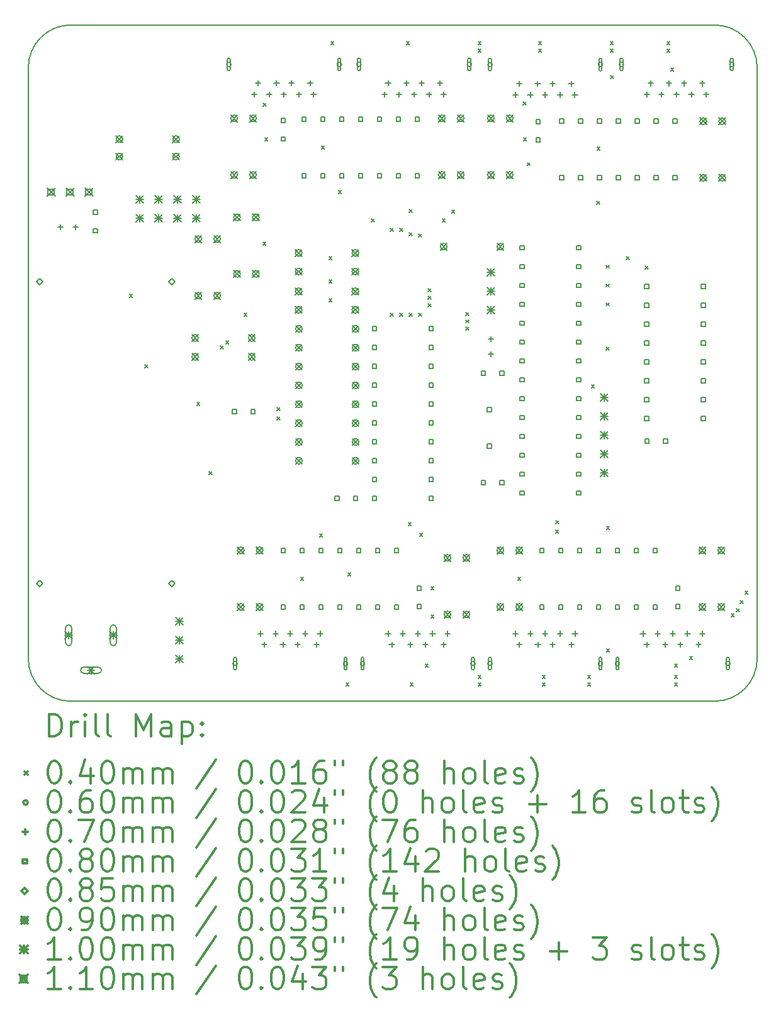
<source format=gbr>
%FSLAX45Y45*%
G04 Gerber Fmt 4.5, Leading zero omitted, Abs format (unit mm)*
G04 Created by KiCad (PCBNEW 5.0.2-bee76a0~70~ubuntu16.04.1) date Tue 14 Jan 2020 10:26:22 AM MST*
%MOMM*%
%LPD*%
G01*
G04 APERTURE LIST*
%ADD10C,0.150000*%
%ADD11C,0.200000*%
%ADD12C,0.300000*%
G04 APERTURE END LIST*
D10*
X9271000Y-9626600D02*
X9271000Y-17602200D01*
X18542000Y-18161000D02*
X9842500Y-18161000D01*
X19075400Y-9626600D02*
X19075400Y-17589500D01*
X9271000Y-9626600D02*
G75*
G02X9842500Y-9055100I571500J0D01*
G01*
X9842500Y-18161000D02*
G75*
G02X9271000Y-17589500I0J571500D01*
G01*
X19075400Y-17589500D02*
G75*
G02X18503900Y-18161000I-571500J0D01*
G01*
X18503900Y-9055100D02*
G75*
G02X19075400Y-9626600I0J-571500D01*
G01*
X18542000Y-9055100D02*
X9842500Y-9055100D01*
D11*
X10629900Y-12680000D02*
X10669900Y-12720000D01*
X10669900Y-12680000D02*
X10629900Y-12720000D01*
X10838500Y-13632500D02*
X10878500Y-13672500D01*
X10878500Y-13632500D02*
X10838500Y-13672500D01*
X11537000Y-14140500D02*
X11577000Y-14180500D01*
X11577000Y-14140500D02*
X11537000Y-14180500D01*
X11702100Y-15067600D02*
X11742100Y-15107600D01*
X11742100Y-15067600D02*
X11702100Y-15107600D01*
X11854500Y-13378500D02*
X11894500Y-13418500D01*
X11894500Y-13378500D02*
X11854500Y-13418500D01*
X11927000Y-13307789D02*
X11967000Y-13347789D01*
X11967000Y-13307789D02*
X11927000Y-13347789D01*
X12172000Y-12934000D02*
X12212000Y-12974000D01*
X12212000Y-12934000D02*
X12172000Y-12974000D01*
X12426000Y-11981500D02*
X12466000Y-12021500D01*
X12466000Y-11981500D02*
X12426000Y-12021500D01*
X12430400Y-10108750D02*
X12470400Y-10148750D01*
X12470400Y-10108750D02*
X12430400Y-10148750D01*
X12451400Y-10571800D02*
X12491400Y-10611800D01*
X12491400Y-10571800D02*
X12451400Y-10611800D01*
X12616500Y-14204000D02*
X12656500Y-14244000D01*
X12656500Y-14204000D02*
X12616500Y-14244000D01*
X12616500Y-14331000D02*
X12656500Y-14371000D01*
X12656500Y-14331000D02*
X12616500Y-14371000D01*
X12934000Y-16490000D02*
X12974000Y-16530000D01*
X12974000Y-16490000D02*
X12934000Y-16530000D01*
X13188000Y-15905800D02*
X13228000Y-15945800D01*
X13228000Y-15905800D02*
X13188000Y-15945800D01*
X13212400Y-10680750D02*
X13252400Y-10720750D01*
X13252400Y-10680750D02*
X13212400Y-10720750D01*
X13315000Y-12172000D02*
X13355000Y-12212000D01*
X13355000Y-12172000D02*
X13315000Y-12212000D01*
X13315000Y-12489500D02*
X13355000Y-12529500D01*
X13355000Y-12489500D02*
X13315000Y-12529500D01*
X13315000Y-12743500D02*
X13355000Y-12783500D01*
X13355000Y-12743500D02*
X13315000Y-12783500D01*
X13340400Y-9276400D02*
X13380400Y-9316400D01*
X13380400Y-9276400D02*
X13340400Y-9316400D01*
X13442000Y-11283000D02*
X13482000Y-11323000D01*
X13482000Y-11283000D02*
X13442000Y-11323000D01*
X13543600Y-17912400D02*
X13583600Y-17952400D01*
X13583600Y-17912400D02*
X13543600Y-17952400D01*
X13569000Y-16429701D02*
X13609000Y-16469701D01*
X13609000Y-16429701D02*
X13569000Y-16469701D01*
X13886500Y-11664000D02*
X13926500Y-11704000D01*
X13926500Y-11664000D02*
X13886500Y-11704000D01*
X14140500Y-11791000D02*
X14180500Y-11831000D01*
X14180500Y-11791000D02*
X14140500Y-11831000D01*
X14140500Y-12934000D02*
X14180500Y-12974000D01*
X14180500Y-12934000D02*
X14140500Y-12974000D01*
X14267500Y-11791000D02*
X14307500Y-11831000D01*
X14307500Y-11791000D02*
X14267500Y-11831000D01*
X14267500Y-12934000D02*
X14307500Y-12974000D01*
X14307500Y-12934000D02*
X14267500Y-12974000D01*
X14356400Y-9276400D02*
X14396400Y-9316400D01*
X14396400Y-9276400D02*
X14356400Y-9316400D01*
X14381800Y-15753400D02*
X14421800Y-15793400D01*
X14421800Y-15753400D02*
X14381800Y-15793400D01*
X14394500Y-11537000D02*
X14434500Y-11577000D01*
X14434500Y-11537000D02*
X14394500Y-11577000D01*
X14394500Y-11854500D02*
X14434500Y-11894500D01*
X14434500Y-11854500D02*
X14394500Y-11894500D01*
X14394500Y-12934000D02*
X14434500Y-12974000D01*
X14434500Y-12934000D02*
X14394500Y-12974000D01*
X14407200Y-17912400D02*
X14447200Y-17952400D01*
X14447200Y-17912400D02*
X14407200Y-17952400D01*
X14521500Y-11867200D02*
X14561500Y-11907200D01*
X14561500Y-11867200D02*
X14521500Y-11907200D01*
X14521500Y-12934000D02*
X14561500Y-12974000D01*
X14561500Y-12934000D02*
X14521500Y-12974000D01*
X14534200Y-15902100D02*
X14574200Y-15942100D01*
X14574200Y-15902100D02*
X14534200Y-15942100D01*
X14610400Y-17658400D02*
X14650400Y-17698400D01*
X14650400Y-17658400D02*
X14610400Y-17698400D01*
X14648348Y-12605744D02*
X14688348Y-12645744D01*
X14688348Y-12605744D02*
X14648348Y-12645744D01*
X14648500Y-12807000D02*
X14688500Y-12847000D01*
X14688500Y-12807000D02*
X14648500Y-12847000D01*
X14649765Y-12705735D02*
X14689765Y-12745735D01*
X14689765Y-12705735D02*
X14649765Y-12745735D01*
X14686600Y-16617000D02*
X14726600Y-16657000D01*
X14726600Y-16617000D02*
X14686600Y-16657000D01*
X14686600Y-16998000D02*
X14726600Y-17038000D01*
X14726600Y-16998000D02*
X14686600Y-17038000D01*
X14839000Y-11664000D02*
X14879000Y-11704000D01*
X14879000Y-11664000D02*
X14839000Y-11704000D01*
X14966000Y-11549700D02*
X15006000Y-11589700D01*
X15006000Y-11549700D02*
X14966000Y-11589700D01*
X15156500Y-12924499D02*
X15196500Y-12964499D01*
X15196500Y-12924499D02*
X15156500Y-12964499D01*
X15156500Y-13024500D02*
X15196500Y-13064500D01*
X15196500Y-13024500D02*
X15156500Y-13064500D01*
X15156500Y-13124500D02*
X15196500Y-13164500D01*
X15196500Y-13124500D02*
X15156500Y-13164500D01*
X15321600Y-9276400D02*
X15361600Y-9316400D01*
X15361600Y-9276400D02*
X15321600Y-9316400D01*
X15321600Y-9378000D02*
X15361600Y-9418000D01*
X15361600Y-9378000D02*
X15321600Y-9418000D01*
X15321600Y-17810800D02*
X15361600Y-17850800D01*
X15361600Y-17810800D02*
X15321600Y-17850800D01*
X15321600Y-17912400D02*
X15361600Y-17952400D01*
X15361600Y-17912400D02*
X15321600Y-17952400D01*
X15855000Y-16490000D02*
X15895000Y-16530000D01*
X15895000Y-16490000D02*
X15855000Y-16530000D01*
X15924500Y-10093500D02*
X15964500Y-10133500D01*
X15964500Y-10093500D02*
X15924500Y-10133500D01*
X15931200Y-10571800D02*
X15971200Y-10611800D01*
X15971200Y-10571800D02*
X15931200Y-10611800D01*
X15982000Y-10907500D02*
X16022000Y-10947500D01*
X16022000Y-10907500D02*
X15982000Y-10947500D01*
X16134400Y-9276400D02*
X16174400Y-9316400D01*
X16174400Y-9276400D02*
X16134400Y-9316400D01*
X16134400Y-9378000D02*
X16174400Y-9418000D01*
X16174400Y-9378000D02*
X16134400Y-9418000D01*
X16185200Y-17810800D02*
X16225200Y-17850800D01*
X16225200Y-17810800D02*
X16185200Y-17850800D01*
X16185200Y-17912400D02*
X16225200Y-17952400D01*
X16225200Y-17912400D02*
X16185200Y-17952400D01*
X16363000Y-15855000D02*
X16403000Y-15895000D01*
X16403000Y-15855000D02*
X16363000Y-15895000D01*
X16365025Y-15730025D02*
X16405025Y-15770025D01*
X16405025Y-15730025D02*
X16365025Y-15770025D01*
X16794800Y-17810800D02*
X16834800Y-17850800D01*
X16834800Y-17810800D02*
X16794800Y-17850800D01*
X16794800Y-17912400D02*
X16834800Y-17952400D01*
X16834800Y-17912400D02*
X16794800Y-17952400D01*
X16845600Y-13899200D02*
X16885600Y-13939200D01*
X16885600Y-13899200D02*
X16845600Y-13939200D01*
X16914985Y-11431700D02*
X16954985Y-11471700D01*
X16954985Y-11431700D02*
X16914985Y-11471700D01*
X16921800Y-10698800D02*
X16961800Y-10738800D01*
X16961800Y-10698800D02*
X16921800Y-10738800D01*
X17043000Y-12288018D02*
X17083000Y-12328018D01*
X17083000Y-12288018D02*
X17043000Y-12328018D01*
X17043000Y-12542018D02*
X17083000Y-12582018D01*
X17083000Y-12542018D02*
X17043000Y-12582018D01*
X17043000Y-12796018D02*
X17083000Y-12836018D01*
X17083000Y-12796018D02*
X17043000Y-12836018D01*
X17043000Y-13391200D02*
X17083000Y-13431200D01*
X17083000Y-13391200D02*
X17043000Y-13431200D01*
X17048800Y-15804200D02*
X17088800Y-15844200D01*
X17088800Y-15804200D02*
X17048800Y-15844200D01*
X17048800Y-17455200D02*
X17088800Y-17495200D01*
X17088800Y-17455200D02*
X17048800Y-17495200D01*
X17099600Y-9276400D02*
X17139600Y-9316400D01*
X17139600Y-9276400D02*
X17099600Y-9316400D01*
X17099600Y-9378000D02*
X17139600Y-9418000D01*
X17139600Y-9378000D02*
X17099600Y-9418000D01*
X17104461Y-9738461D02*
X17144461Y-9778461D01*
X17144461Y-9738461D02*
X17104461Y-9778461D01*
X17315500Y-12172000D02*
X17355500Y-12212000D01*
X17355500Y-12172000D02*
X17315500Y-12212000D01*
X17569500Y-12299000D02*
X17609500Y-12339000D01*
X17609500Y-12299000D02*
X17569500Y-12339000D01*
X17861600Y-9276400D02*
X17901600Y-9316400D01*
X17901600Y-9276400D02*
X17861600Y-9316400D01*
X17861600Y-9378000D02*
X17901600Y-9418000D01*
X17901600Y-9378000D02*
X17861600Y-9418000D01*
X17912400Y-9632000D02*
X17952400Y-9672000D01*
X17952400Y-9632000D02*
X17912400Y-9672000D01*
X17963200Y-17658400D02*
X18003200Y-17698400D01*
X18003200Y-17658400D02*
X17963200Y-17698400D01*
X17963200Y-17810800D02*
X18003200Y-17850800D01*
X18003200Y-17810800D02*
X17963200Y-17850800D01*
X17963200Y-17912400D02*
X18003200Y-17952400D01*
X18003200Y-17912400D02*
X17963200Y-17952400D01*
X18166400Y-17556800D02*
X18206400Y-17596800D01*
X18206400Y-17556800D02*
X18166400Y-17596800D01*
X18726100Y-16984400D02*
X18766100Y-17024400D01*
X18766100Y-16984400D02*
X18726100Y-17024400D01*
X18798600Y-16913689D02*
X18838600Y-16953689D01*
X18838600Y-16913689D02*
X18798600Y-16953689D01*
X18848500Y-16807500D02*
X18888500Y-16847500D01*
X18888500Y-16807500D02*
X18848500Y-16847500D01*
X18912000Y-16680500D02*
X18952000Y-16720500D01*
X18952000Y-16680500D02*
X18912000Y-16720500D01*
X15511300Y-17653000D02*
G75*
G03X15511300Y-17653000I-30000J0D01*
G01*
X15461300Y-17588000D02*
X15461300Y-17718000D01*
X15501300Y-17588000D02*
X15501300Y-17718000D01*
X15461300Y-17718000D02*
G75*
G03X15501300Y-17718000I20000J0D01*
G01*
X15501300Y-17588000D02*
G75*
G03X15461300Y-17588000I-20000J0D01*
G01*
X16997200Y-17653000D02*
G75*
G03X16997200Y-17653000I-30000J0D01*
G01*
X16947200Y-17588000D02*
X16947200Y-17718000D01*
X16987200Y-17588000D02*
X16987200Y-17718000D01*
X16947200Y-17718000D02*
G75*
G03X16987200Y-17718000I20000J0D01*
G01*
X16987200Y-17588000D02*
G75*
G03X16947200Y-17588000I-20000J0D01*
G01*
X13748200Y-9584750D02*
G75*
G03X13748200Y-9584750I-30000J0D01*
G01*
X13738200Y-9649750D02*
X13738200Y-9519750D01*
X13698200Y-9649750D02*
X13698200Y-9519750D01*
X13738200Y-9519750D02*
G75*
G03X13698200Y-9519750I-20000J0D01*
G01*
X13698200Y-9649750D02*
G75*
G03X13738200Y-9649750I20000J0D01*
G01*
X15234100Y-9584750D02*
G75*
G03X15234100Y-9584750I-30000J0D01*
G01*
X15224100Y-9649750D02*
X15224100Y-9519750D01*
X15184100Y-9649750D02*
X15184100Y-9519750D01*
X15224100Y-9519750D02*
G75*
G03X15184100Y-9519750I-20000J0D01*
G01*
X15184100Y-9649750D02*
G75*
G03X15224100Y-9649750I20000J0D01*
G01*
X17225800Y-17653000D02*
G75*
G03X17225800Y-17653000I-30000J0D01*
G01*
X17175800Y-17588000D02*
X17175800Y-17718000D01*
X17215800Y-17588000D02*
X17215800Y-17718000D01*
X17175800Y-17718000D02*
G75*
G03X17215800Y-17718000I20000J0D01*
G01*
X17215800Y-17588000D02*
G75*
G03X17175800Y-17588000I-20000J0D01*
G01*
X18711700Y-17653000D02*
G75*
G03X18711700Y-17653000I-30000J0D01*
G01*
X18661700Y-17588000D02*
X18661700Y-17718000D01*
X18701700Y-17588000D02*
X18701700Y-17718000D01*
X18661700Y-17718000D02*
G75*
G03X18701700Y-17718000I20000J0D01*
G01*
X18701700Y-17588000D02*
G75*
G03X18661700Y-17588000I-20000J0D01*
G01*
X11998200Y-9584750D02*
G75*
G03X11998200Y-9584750I-30000J0D01*
G01*
X11988200Y-9649750D02*
X11988200Y-9519750D01*
X11948200Y-9649750D02*
X11948200Y-9519750D01*
X11988200Y-9519750D02*
G75*
G03X11948200Y-9519750I-20000J0D01*
G01*
X11948200Y-9649750D02*
G75*
G03X11988200Y-9649750I20000J0D01*
G01*
X13484100Y-9584750D02*
G75*
G03X13484100Y-9584750I-30000J0D01*
G01*
X13474100Y-9649750D02*
X13474100Y-9519750D01*
X13434100Y-9649750D02*
X13434100Y-9519750D01*
X13474100Y-9519750D02*
G75*
G03X13434100Y-9519750I-20000J0D01*
G01*
X13434100Y-9649750D02*
G75*
G03X13474100Y-9649750I20000J0D01*
G01*
X12082300Y-17653000D02*
G75*
G03X12082300Y-17653000I-30000J0D01*
G01*
X12032300Y-17588000D02*
X12032300Y-17718000D01*
X12072300Y-17588000D02*
X12072300Y-17718000D01*
X12032300Y-17718000D02*
G75*
G03X12072300Y-17718000I20000J0D01*
G01*
X12072300Y-17588000D02*
G75*
G03X12032300Y-17588000I-20000J0D01*
G01*
X13568200Y-17653000D02*
G75*
G03X13568200Y-17653000I-30000J0D01*
G01*
X13518200Y-17588000D02*
X13518200Y-17718000D01*
X13558200Y-17588000D02*
X13558200Y-17718000D01*
X13518200Y-17718000D02*
G75*
G03X13558200Y-17718000I20000J0D01*
G01*
X13558200Y-17588000D02*
G75*
G03X13518200Y-17588000I-20000J0D01*
G01*
X13796800Y-17653000D02*
G75*
G03X13796800Y-17653000I-30000J0D01*
G01*
X13746800Y-17588000D02*
X13746800Y-17718000D01*
X13786800Y-17588000D02*
X13786800Y-17718000D01*
X13746800Y-17718000D02*
G75*
G03X13786800Y-17718000I20000J0D01*
G01*
X13786800Y-17588000D02*
G75*
G03X13746800Y-17588000I-20000J0D01*
G01*
X15282700Y-17653000D02*
G75*
G03X15282700Y-17653000I-30000J0D01*
G01*
X15232700Y-17588000D02*
X15232700Y-17718000D01*
X15272700Y-17588000D02*
X15272700Y-17718000D01*
X15232700Y-17718000D02*
G75*
G03X15272700Y-17718000I20000J0D01*
G01*
X15272700Y-17588000D02*
G75*
G03X15232700Y-17588000I-20000J0D01*
G01*
X15511300Y-9588500D02*
G75*
G03X15511300Y-9588500I-30000J0D01*
G01*
X15501300Y-9653500D02*
X15501300Y-9523500D01*
X15461300Y-9653500D02*
X15461300Y-9523500D01*
X15501300Y-9523500D02*
G75*
G03X15461300Y-9523500I-20000J0D01*
G01*
X15461300Y-9653500D02*
G75*
G03X15501300Y-9653500I20000J0D01*
G01*
X16997200Y-9588500D02*
G75*
G03X16997200Y-9588500I-30000J0D01*
G01*
X16987200Y-9653500D02*
X16987200Y-9523500D01*
X16947200Y-9653500D02*
X16947200Y-9523500D01*
X16987200Y-9523500D02*
G75*
G03X16947200Y-9523500I-20000J0D01*
G01*
X16947200Y-9653500D02*
G75*
G03X16987200Y-9653500I20000J0D01*
G01*
X17279140Y-9585960D02*
G75*
G03X17279140Y-9585960I-30000J0D01*
G01*
X17269140Y-9650960D02*
X17269140Y-9520960D01*
X17229140Y-9650960D02*
X17229140Y-9520960D01*
X17269140Y-9520960D02*
G75*
G03X17229140Y-9520960I-20000J0D01*
G01*
X17229140Y-9650960D02*
G75*
G03X17269140Y-9650960I20000J0D01*
G01*
X18765040Y-9585960D02*
G75*
G03X18765040Y-9585960I-30000J0D01*
G01*
X18755040Y-9650960D02*
X18755040Y-9520960D01*
X18715040Y-9650960D02*
X18715040Y-9520960D01*
X18755040Y-9520960D02*
G75*
G03X18715040Y-9520960I-20000J0D01*
G01*
X18715040Y-9650960D02*
G75*
G03X18755040Y-9650960I20000J0D01*
G01*
X16225000Y-17214000D02*
X16225000Y-17284000D01*
X16190000Y-17249000D02*
X16260000Y-17249000D01*
X12310400Y-9953750D02*
X12310400Y-10023750D01*
X12275400Y-9988750D02*
X12345400Y-9988750D01*
X12360400Y-9803750D02*
X12360400Y-9873750D01*
X12325400Y-9838750D02*
X12395400Y-9838750D01*
X12510400Y-9953750D02*
X12510400Y-10023750D01*
X12475400Y-9988750D02*
X12545400Y-9988750D01*
X12610400Y-9803750D02*
X12610400Y-9873750D01*
X12575400Y-9838750D02*
X12645400Y-9838750D01*
X12710400Y-9953750D02*
X12710400Y-10023750D01*
X12675400Y-9988750D02*
X12745400Y-9988750D01*
X12810400Y-9803750D02*
X12810400Y-9873750D01*
X12775400Y-9838750D02*
X12845400Y-9838750D01*
X12910400Y-9953750D02*
X12910400Y-10023750D01*
X12875400Y-9988750D02*
X12945400Y-9988750D01*
X13060400Y-9803750D02*
X13060400Y-9873750D01*
X13025400Y-9838750D02*
X13095400Y-9838750D01*
X13110400Y-9953750D02*
X13110400Y-10023750D01*
X13075400Y-9988750D02*
X13145400Y-9988750D01*
X14110500Y-17214000D02*
X14110500Y-17284000D01*
X14075500Y-17249000D02*
X14145500Y-17249000D01*
X14160500Y-17364000D02*
X14160500Y-17434000D01*
X14125500Y-17399000D02*
X14195500Y-17399000D01*
X14310500Y-17214000D02*
X14310500Y-17284000D01*
X14275500Y-17249000D02*
X14345500Y-17249000D01*
X14410500Y-17364000D02*
X14410500Y-17434000D01*
X14375500Y-17399000D02*
X14445500Y-17399000D01*
X14510500Y-17214000D02*
X14510500Y-17284000D01*
X14475500Y-17249000D02*
X14545500Y-17249000D01*
X14610500Y-17364000D02*
X14610500Y-17434000D01*
X14575500Y-17399000D02*
X14645500Y-17399000D01*
X14710500Y-17214000D02*
X14710500Y-17284000D01*
X14675500Y-17249000D02*
X14745500Y-17249000D01*
X14860500Y-17364000D02*
X14860500Y-17434000D01*
X14825500Y-17399000D02*
X14895500Y-17399000D01*
X14910500Y-17214000D02*
X14910500Y-17284000D01*
X14875500Y-17249000D02*
X14945500Y-17249000D01*
X15494000Y-13249200D02*
X15494000Y-13319200D01*
X15459000Y-13284200D02*
X15529000Y-13284200D01*
X9702800Y-11737900D02*
X9702800Y-11807900D01*
X9667800Y-11772900D02*
X9737800Y-11772900D01*
X9906000Y-11737900D02*
X9906000Y-11807900D01*
X9871000Y-11772900D02*
X9941000Y-11772900D01*
X15825000Y-17214000D02*
X15825000Y-17284000D01*
X15790000Y-17249000D02*
X15860000Y-17249000D01*
X15875000Y-17364000D02*
X15875000Y-17434000D01*
X15840000Y-17399000D02*
X15910000Y-17399000D01*
X16025000Y-17214000D02*
X16025000Y-17284000D01*
X15990000Y-17249000D02*
X16060000Y-17249000D01*
X16125000Y-17364000D02*
X16125000Y-17434000D01*
X16090000Y-17399000D02*
X16160000Y-17399000D01*
X16325000Y-17364000D02*
X16325000Y-17434000D01*
X16290000Y-17399000D02*
X16360000Y-17399000D01*
X16425000Y-17214000D02*
X16425000Y-17284000D01*
X16390000Y-17249000D02*
X16460000Y-17249000D01*
X16575000Y-17364000D02*
X16575000Y-17434000D01*
X16540000Y-17399000D02*
X16610000Y-17399000D01*
X16625000Y-17214000D02*
X16625000Y-17284000D01*
X16590000Y-17249000D02*
X16660000Y-17249000D01*
X17539500Y-17214000D02*
X17539500Y-17284000D01*
X17504500Y-17249000D02*
X17574500Y-17249000D01*
X17589500Y-17364000D02*
X17589500Y-17434000D01*
X17554500Y-17399000D02*
X17624500Y-17399000D01*
X17739500Y-17214000D02*
X17739500Y-17284000D01*
X17704500Y-17249000D02*
X17774500Y-17249000D01*
X17839500Y-17364000D02*
X17839500Y-17434000D01*
X17804500Y-17399000D02*
X17874500Y-17399000D01*
X14060400Y-9953750D02*
X14060400Y-10023750D01*
X14025400Y-9988750D02*
X14095400Y-9988750D01*
X14110400Y-9803750D02*
X14110400Y-9873750D01*
X14075400Y-9838750D02*
X14145400Y-9838750D01*
X17939500Y-17214000D02*
X17939500Y-17284000D01*
X17904500Y-17249000D02*
X17974500Y-17249000D01*
X18039500Y-17364000D02*
X18039500Y-17434000D01*
X18004500Y-17399000D02*
X18074500Y-17399000D01*
X18139500Y-17214000D02*
X18139500Y-17284000D01*
X18104500Y-17249000D02*
X18174500Y-17249000D01*
X18289500Y-17364000D02*
X18289500Y-17434000D01*
X18254500Y-17399000D02*
X18324500Y-17399000D01*
X18339500Y-17214000D02*
X18339500Y-17284000D01*
X18304500Y-17249000D02*
X18374500Y-17249000D01*
X12396000Y-17214000D02*
X12396000Y-17284000D01*
X12361000Y-17249000D02*
X12431000Y-17249000D01*
X12446000Y-17364000D02*
X12446000Y-17434000D01*
X12411000Y-17399000D02*
X12481000Y-17399000D01*
X12596000Y-17214000D02*
X12596000Y-17284000D01*
X12561000Y-17249000D02*
X12631000Y-17249000D01*
X12696000Y-17364000D02*
X12696000Y-17434000D01*
X12661000Y-17399000D02*
X12731000Y-17399000D01*
X12796000Y-17214000D02*
X12796000Y-17284000D01*
X12761000Y-17249000D02*
X12831000Y-17249000D01*
X12896000Y-17364000D02*
X12896000Y-17434000D01*
X12861000Y-17399000D02*
X12931000Y-17399000D01*
X12996000Y-17214000D02*
X12996000Y-17284000D01*
X12961000Y-17249000D02*
X13031000Y-17249000D01*
X13146000Y-17364000D02*
X13146000Y-17434000D01*
X13111000Y-17399000D02*
X13181000Y-17399000D01*
X13196000Y-17214000D02*
X13196000Y-17284000D01*
X13161000Y-17249000D02*
X13231000Y-17249000D01*
X15823500Y-9957500D02*
X15823500Y-10027500D01*
X15788500Y-9992500D02*
X15858500Y-9992500D01*
X15873500Y-9807500D02*
X15873500Y-9877500D01*
X15838500Y-9842500D02*
X15908500Y-9842500D01*
X14260400Y-9953750D02*
X14260400Y-10023750D01*
X14225400Y-9988750D02*
X14295400Y-9988750D01*
X14360400Y-9803750D02*
X14360400Y-9873750D01*
X14325400Y-9838750D02*
X14395400Y-9838750D01*
X14460400Y-9953750D02*
X14460400Y-10023750D01*
X14425400Y-9988750D02*
X14495400Y-9988750D01*
X14560400Y-9803750D02*
X14560400Y-9873750D01*
X14525400Y-9838750D02*
X14595400Y-9838750D01*
X14660400Y-9953750D02*
X14660400Y-10023750D01*
X14625400Y-9988750D02*
X14695400Y-9988750D01*
X14810400Y-9803750D02*
X14810400Y-9873750D01*
X14775400Y-9838750D02*
X14845400Y-9838750D01*
X14860400Y-9953750D02*
X14860400Y-10023750D01*
X14825400Y-9988750D02*
X14895400Y-9988750D01*
X15494000Y-13452400D02*
X15494000Y-13522400D01*
X15459000Y-13487400D02*
X15529000Y-13487400D01*
X16023500Y-9957500D02*
X16023500Y-10027500D01*
X15988500Y-9992500D02*
X16058500Y-9992500D01*
X16123500Y-9807500D02*
X16123500Y-9877500D01*
X16088500Y-9842500D02*
X16158500Y-9842500D01*
X16223500Y-9957500D02*
X16223500Y-10027500D01*
X16188500Y-9992500D02*
X16258500Y-9992500D01*
X16323500Y-9807500D02*
X16323500Y-9877500D01*
X16288500Y-9842500D02*
X16358500Y-9842500D01*
X16423500Y-9957500D02*
X16423500Y-10027500D01*
X16388500Y-9992500D02*
X16458500Y-9992500D01*
X16573500Y-9807500D02*
X16573500Y-9877500D01*
X16538500Y-9842500D02*
X16608500Y-9842500D01*
X16623500Y-9957500D02*
X16623500Y-10027500D01*
X16588500Y-9992500D02*
X16658500Y-9992500D01*
X17591340Y-9954960D02*
X17591340Y-10024960D01*
X17556340Y-9989960D02*
X17626340Y-9989960D01*
X17641340Y-9804960D02*
X17641340Y-9874960D01*
X17606340Y-9839960D02*
X17676340Y-9839960D01*
X17791340Y-9954960D02*
X17791340Y-10024960D01*
X17756340Y-9989960D02*
X17826340Y-9989960D01*
X17891340Y-9804960D02*
X17891340Y-9874960D01*
X17856340Y-9839960D02*
X17926340Y-9839960D01*
X17991340Y-9954960D02*
X17991340Y-10024960D01*
X17956340Y-9989960D02*
X18026340Y-9989960D01*
X18091340Y-9804960D02*
X18091340Y-9874960D01*
X18056340Y-9839960D02*
X18126340Y-9839960D01*
X18191340Y-9954960D02*
X18191340Y-10024960D01*
X18156340Y-9989960D02*
X18226340Y-9989960D01*
X18341340Y-9804960D02*
X18341340Y-9874960D01*
X18306340Y-9839960D02*
X18376340Y-9839960D01*
X18391340Y-9954960D02*
X18391340Y-10024960D01*
X18356340Y-9989960D02*
X18426340Y-9989960D01*
X10200985Y-11604334D02*
X10200985Y-11547765D01*
X10144416Y-11547765D01*
X10144416Y-11604334D01*
X10200985Y-11604334D01*
X10200985Y-11854334D02*
X10200985Y-11797765D01*
X10144416Y-11797765D01*
X10144416Y-11854334D01*
X10200985Y-11854334D01*
X15942786Y-12082303D02*
X15942786Y-12025734D01*
X15886217Y-12025734D01*
X15886217Y-12082303D01*
X15942786Y-12082303D01*
X15942786Y-12336303D02*
X15942786Y-12279734D01*
X15886217Y-12279734D01*
X15886217Y-12336303D01*
X15942786Y-12336303D01*
X15942786Y-12590303D02*
X15942786Y-12533734D01*
X15886217Y-12533734D01*
X15886217Y-12590303D01*
X15942786Y-12590303D01*
X16704786Y-14876303D02*
X16704786Y-14819734D01*
X16648217Y-14819734D01*
X16648217Y-14876303D01*
X16704786Y-14876303D01*
X13955301Y-14189147D02*
X13955301Y-14132578D01*
X13898732Y-14132578D01*
X13898732Y-14189147D01*
X13955301Y-14189147D01*
X16704786Y-15130303D02*
X16704786Y-15073734D01*
X16648217Y-15073734D01*
X16648217Y-15130303D01*
X16704786Y-15130303D01*
X16704786Y-15384303D02*
X16704786Y-15327734D01*
X16648217Y-15327734D01*
X16648217Y-15384303D01*
X16704786Y-15384303D01*
X15420684Y-13769684D02*
X15420684Y-13713115D01*
X15364115Y-13713115D01*
X15364115Y-13769684D01*
X15420684Y-13769684D01*
X15670684Y-13769684D02*
X15670684Y-13713115D01*
X15614115Y-13713115D01*
X15614115Y-13769684D01*
X15670684Y-13769684D01*
X14557084Y-16665284D02*
X14557084Y-16608715D01*
X14500515Y-16608715D01*
X14500515Y-16665284D01*
X14557084Y-16665284D01*
X14557084Y-16915285D02*
X14557084Y-16858716D01*
X14500515Y-16858716D01*
X14500515Y-16915285D01*
X14557084Y-16915285D01*
X13955301Y-13173147D02*
X13955301Y-13116578D01*
X13898732Y-13116578D01*
X13898732Y-13173147D01*
X13955301Y-13173147D01*
X13955301Y-13427147D02*
X13955301Y-13370578D01*
X13898732Y-13370578D01*
X13898732Y-13427147D01*
X13955301Y-13427147D01*
X13955301Y-13681147D02*
X13955301Y-13624578D01*
X13898732Y-13624578D01*
X13898732Y-13681147D01*
X13955301Y-13681147D01*
X13955301Y-13935147D02*
X13955301Y-13878578D01*
X13898732Y-13878578D01*
X13898732Y-13935147D01*
X13955301Y-13935147D01*
X15942786Y-12844303D02*
X15942786Y-12787734D01*
X15886217Y-12787734D01*
X15886217Y-12844303D01*
X15942786Y-12844303D01*
X15942786Y-13098303D02*
X15942786Y-13041734D01*
X15886217Y-13041734D01*
X15886217Y-13098303D01*
X15942786Y-13098303D01*
X15942786Y-13352303D02*
X15942786Y-13295734D01*
X15886217Y-13295734D01*
X15886217Y-13352303D01*
X15942786Y-13352303D01*
X15942786Y-14368303D02*
X15942786Y-14311734D01*
X15886217Y-14311734D01*
X15886217Y-14368303D01*
X15942786Y-14368303D01*
X15942786Y-14622303D02*
X15942786Y-14565734D01*
X15886217Y-14565734D01*
X15886217Y-14622303D01*
X15942786Y-14622303D01*
X15942786Y-14876303D02*
X15942786Y-14819734D01*
X15886217Y-14819734D01*
X15886217Y-14876303D01*
X15942786Y-14876303D01*
X13955301Y-14951147D02*
X13955301Y-14894578D01*
X13898732Y-14894578D01*
X13898732Y-14951147D01*
X13955301Y-14951147D01*
X15942786Y-13606303D02*
X15942786Y-13549734D01*
X15886217Y-13549734D01*
X15886217Y-13606303D01*
X15942786Y-13606303D01*
X15942786Y-13860303D02*
X15942786Y-13803734D01*
X15886217Y-13803734D01*
X15886217Y-13860303D01*
X15942786Y-13860303D01*
X15942786Y-14114303D02*
X15942786Y-14057734D01*
X15886217Y-14057734D01*
X15886217Y-14114303D01*
X15942786Y-14114303D01*
X14717301Y-13427147D02*
X14717301Y-13370578D01*
X14660732Y-13370578D01*
X14660732Y-13427147D01*
X14717301Y-13427147D01*
X16704786Y-12082303D02*
X16704786Y-12025734D01*
X16648217Y-12025734D01*
X16648217Y-12082303D01*
X16704786Y-12082303D01*
X14717301Y-14443147D02*
X14717301Y-14386578D01*
X14660732Y-14386578D01*
X14660732Y-14443147D01*
X14717301Y-14443147D01*
X15942786Y-15384303D02*
X15942786Y-15327734D01*
X15886217Y-15327734D01*
X15886217Y-15384303D01*
X15942786Y-15384303D01*
X16704786Y-12336303D02*
X16704786Y-12279734D01*
X16648217Y-12279734D01*
X16648217Y-12336303D01*
X16704786Y-12336303D01*
X13955301Y-15205147D02*
X13955301Y-15148578D01*
X13898732Y-15148578D01*
X13898732Y-15205147D01*
X13955301Y-15205147D01*
X15942786Y-15130303D02*
X15942786Y-15073734D01*
X15886217Y-15073734D01*
X15886217Y-15130303D01*
X15942786Y-15130303D01*
X13955301Y-15459147D02*
X13955301Y-15402578D01*
X13898732Y-15402578D01*
X13898732Y-15459147D01*
X13955301Y-15459147D01*
X14717301Y-13173147D02*
X14717301Y-13116578D01*
X14660732Y-13116578D01*
X14660732Y-13173147D01*
X14717301Y-13173147D01*
X16704786Y-12590303D02*
X16704786Y-12533734D01*
X16648217Y-12533734D01*
X16648217Y-12590303D01*
X16704786Y-12590303D01*
X16704786Y-12844303D02*
X16704786Y-12787734D01*
X16648217Y-12787734D01*
X16648217Y-12844303D01*
X16704786Y-12844303D01*
X16704786Y-13098303D02*
X16704786Y-13041734D01*
X16648217Y-13041734D01*
X16648217Y-13098303D01*
X16704786Y-13098303D01*
X13955301Y-14443147D02*
X13955301Y-14386578D01*
X13898732Y-14386578D01*
X13898732Y-14443147D01*
X13955301Y-14443147D01*
X13955301Y-14697147D02*
X13955301Y-14640578D01*
X13898732Y-14640578D01*
X13898732Y-14697147D01*
X13955301Y-14697147D01*
X14717301Y-13681147D02*
X14717301Y-13624578D01*
X14660732Y-13624578D01*
X14660732Y-13681147D01*
X14717301Y-13681147D01*
X14717301Y-13935147D02*
X14717301Y-13878578D01*
X14660732Y-13878578D01*
X14660732Y-13935147D01*
X14717301Y-13935147D01*
X13451301Y-15459147D02*
X13451301Y-15402578D01*
X13394732Y-15402578D01*
X13394732Y-15459147D01*
X13451301Y-15459147D01*
X13701301Y-15459147D02*
X13701301Y-15402578D01*
X13644732Y-15402578D01*
X13644732Y-15459147D01*
X13701301Y-15459147D01*
X16704786Y-13352303D02*
X16704786Y-13295734D01*
X16648217Y-13295734D01*
X16648217Y-13352303D01*
X16704786Y-13352303D01*
X16704786Y-13606303D02*
X16704786Y-13549734D01*
X16648217Y-13549734D01*
X16648217Y-13606303D01*
X16704786Y-13606303D01*
X16704786Y-13860303D02*
X16704786Y-13803734D01*
X16648217Y-13803734D01*
X16648217Y-13860303D01*
X16704786Y-13860303D01*
X16704786Y-14114303D02*
X16704786Y-14057734D01*
X16648217Y-14057734D01*
X16648217Y-14114303D01*
X16704786Y-14114303D01*
X16704786Y-14368303D02*
X16704786Y-14311734D01*
X16648217Y-14311734D01*
X16648217Y-14368303D01*
X16704786Y-14368303D01*
X14717301Y-14189147D02*
X14717301Y-14132578D01*
X14660732Y-14132578D01*
X14660732Y-14189147D01*
X14717301Y-14189147D01*
X16704786Y-14622303D02*
X16704786Y-14565734D01*
X16648217Y-14565734D01*
X16648217Y-14622303D01*
X16704786Y-14622303D01*
X13006684Y-10352035D02*
X13006684Y-10295466D01*
X12950115Y-10295466D01*
X12950115Y-10352035D01*
X13006684Y-10352035D01*
X14717301Y-14697147D02*
X14717301Y-14640578D01*
X14660732Y-14640578D01*
X14660732Y-14697147D01*
X14717301Y-14697147D01*
X14717301Y-14951147D02*
X14717301Y-14894578D01*
X14660732Y-14894578D01*
X14660732Y-14951147D01*
X14717301Y-14951147D01*
X14717301Y-15205147D02*
X14717301Y-15148578D01*
X14660732Y-15148578D01*
X14660732Y-15205147D01*
X14717301Y-15205147D01*
X17621785Y-14684084D02*
X17621785Y-14627515D01*
X17565216Y-14627515D01*
X17565216Y-14684084D01*
X17621785Y-14684084D01*
X17871785Y-14684084D02*
X17871785Y-14627515D01*
X17815216Y-14627515D01*
X17815216Y-14684084D01*
X17871785Y-14684084D01*
X12728284Y-10367035D02*
X12728284Y-10310466D01*
X12671715Y-10310466D01*
X12671715Y-10367035D01*
X12728284Y-10367035D01*
X12728284Y-10617035D02*
X12728284Y-10560466D01*
X12671715Y-10560466D01*
X12671715Y-10617035D01*
X12728284Y-10617035D01*
X15502186Y-14262403D02*
X15502186Y-14205834D01*
X15445617Y-14205834D01*
X15445617Y-14262403D01*
X15502186Y-14262403D01*
X15502186Y-14752403D02*
X15502186Y-14695834D01*
X15445617Y-14695834D01*
X15445617Y-14752403D01*
X15502186Y-14752403D01*
X15420684Y-15242884D02*
X15420684Y-15186315D01*
X15364115Y-15186315D01*
X15364115Y-15242884D01*
X15420684Y-15242884D01*
X15670684Y-15242884D02*
X15670684Y-15186315D01*
X15614115Y-15186315D01*
X15614115Y-15242884D01*
X15670684Y-15242884D01*
X14717301Y-15459147D02*
X14717301Y-15402578D01*
X14660732Y-15402578D01*
X14660732Y-15459147D01*
X14717301Y-15459147D01*
X17617785Y-12601284D02*
X17617785Y-12544715D01*
X17561216Y-12544715D01*
X17561216Y-12601284D01*
X17617785Y-12601284D01*
X17617785Y-12855284D02*
X17617785Y-12798715D01*
X17561216Y-12798715D01*
X17561216Y-12855284D01*
X17617785Y-12855284D01*
X17617785Y-13109284D02*
X17617785Y-13052715D01*
X17561216Y-13052715D01*
X17561216Y-13109284D01*
X17617785Y-13109284D01*
X17617785Y-13363284D02*
X17617785Y-13306715D01*
X17561216Y-13306715D01*
X17561216Y-13363284D01*
X17617785Y-13363284D01*
X17617785Y-13617284D02*
X17617785Y-13560715D01*
X17561216Y-13560715D01*
X17561216Y-13617284D01*
X17617785Y-13617284D01*
X17617785Y-13871284D02*
X17617785Y-13814715D01*
X17561216Y-13814715D01*
X17561216Y-13871284D01*
X17617785Y-13871284D01*
X17617785Y-14125284D02*
X17617785Y-14068715D01*
X17561216Y-14068715D01*
X17561216Y-14125284D01*
X17617785Y-14125284D01*
X17617785Y-14379284D02*
X17617785Y-14322715D01*
X17561216Y-14322715D01*
X17561216Y-14379284D01*
X17617785Y-14379284D01*
X18379785Y-12601284D02*
X18379785Y-12544715D01*
X18323216Y-12544715D01*
X18323216Y-12601284D01*
X18379785Y-12601284D01*
X18379785Y-12855284D02*
X18379785Y-12798715D01*
X18323216Y-12798715D01*
X18323216Y-12855284D01*
X18379785Y-12855284D01*
X18379785Y-13109284D02*
X18379785Y-13052715D01*
X18323216Y-13052715D01*
X18323216Y-13109284D01*
X18379785Y-13109284D01*
X18379785Y-13363284D02*
X18379785Y-13306715D01*
X18323216Y-13306715D01*
X18323216Y-13363284D01*
X18379785Y-13363284D01*
X18379785Y-13617284D02*
X18379785Y-13560715D01*
X18323216Y-13560715D01*
X18323216Y-13617284D01*
X18379785Y-13617284D01*
X18379785Y-13871284D02*
X18379785Y-13814715D01*
X18323216Y-13814715D01*
X18323216Y-13871284D01*
X18379785Y-13871284D01*
X18379785Y-14125284D02*
X18379785Y-14068715D01*
X18323216Y-14068715D01*
X18323216Y-14125284D01*
X18379785Y-14125284D01*
X18379785Y-14379284D02*
X18379785Y-14322715D01*
X18323216Y-14322715D01*
X18323216Y-14379284D01*
X18379785Y-14379284D01*
X16157284Y-10382785D02*
X16157284Y-10326216D01*
X16100715Y-10326216D01*
X16100715Y-10382785D01*
X16157284Y-10382785D01*
X13260684Y-10352035D02*
X13260684Y-10295466D01*
X13204115Y-10295466D01*
X13204115Y-10352035D01*
X13260684Y-10352035D01*
X16157284Y-10632785D02*
X16157284Y-10576216D01*
X16100715Y-10576216D01*
X16100715Y-10632785D01*
X16157284Y-10632785D01*
X16208084Y-16157284D02*
X16208084Y-16100715D01*
X16151515Y-16100715D01*
X16151515Y-16157284D01*
X16208084Y-16157284D01*
X16208084Y-16919285D02*
X16208084Y-16862716D01*
X16151515Y-16862716D01*
X16151515Y-16919285D01*
X16208084Y-16919285D01*
X16462084Y-16157284D02*
X16462084Y-16100715D01*
X16405515Y-16100715D01*
X16405515Y-16157284D01*
X16462084Y-16157284D01*
X16462084Y-16919285D02*
X16462084Y-16862716D01*
X16405515Y-16862716D01*
X16405515Y-16919285D01*
X16462084Y-16919285D01*
X16716084Y-16157284D02*
X16716084Y-16100715D01*
X16659515Y-16100715D01*
X16659515Y-16157284D01*
X16716084Y-16157284D01*
X16716084Y-16919285D02*
X16716084Y-16862716D01*
X16659515Y-16862716D01*
X16659515Y-16919285D01*
X16716084Y-16919285D01*
X16970085Y-16157284D02*
X16970085Y-16100715D01*
X16913516Y-16100715D01*
X16913516Y-16157284D01*
X16970085Y-16157284D01*
X16970085Y-16919285D02*
X16970085Y-16862716D01*
X16913516Y-16862716D01*
X16913516Y-16919285D01*
X16970085Y-16919285D01*
X17224085Y-16157284D02*
X17224085Y-16100715D01*
X17167516Y-16100715D01*
X17167516Y-16157284D01*
X17224085Y-16157284D01*
X17224085Y-16919285D02*
X17224085Y-16862716D01*
X17167516Y-16862716D01*
X17167516Y-16919285D01*
X17224085Y-16919285D01*
X17478085Y-16157284D02*
X17478085Y-16100715D01*
X17421516Y-16100715D01*
X17421516Y-16157284D01*
X17478085Y-16157284D01*
X17478085Y-16919285D02*
X17478085Y-16862716D01*
X17421516Y-16862716D01*
X17421516Y-16919285D01*
X17478085Y-16919285D01*
X17732085Y-16157284D02*
X17732085Y-16100715D01*
X17675516Y-16100715D01*
X17675516Y-16157284D01*
X17732085Y-16157284D01*
X17732085Y-16919285D02*
X17732085Y-16862716D01*
X17675516Y-16862716D01*
X17675516Y-16919285D01*
X17732085Y-16919285D01*
X13006684Y-11114035D02*
X13006684Y-11057466D01*
X12950115Y-11057466D01*
X12950115Y-11114035D01*
X13006684Y-11114035D01*
X13260684Y-11114035D02*
X13260684Y-11057466D01*
X13204115Y-11057466D01*
X13204115Y-11114035D01*
X13260684Y-11114035D01*
X13514684Y-10352035D02*
X13514684Y-10295466D01*
X13458115Y-10295466D01*
X13458115Y-10352035D01*
X13514684Y-10352035D01*
X13514684Y-11114035D02*
X13514684Y-11057466D01*
X13458115Y-11057466D01*
X13458115Y-11114035D01*
X13514684Y-11114035D01*
X13768684Y-10352035D02*
X13768684Y-10295466D01*
X13712115Y-10295466D01*
X13712115Y-10352035D01*
X13768684Y-10352035D01*
X13768684Y-11114035D02*
X13768684Y-11057466D01*
X13712115Y-11057466D01*
X13712115Y-11114035D01*
X13768684Y-11114035D01*
X14022684Y-10352035D02*
X14022684Y-10295466D01*
X13966115Y-10295466D01*
X13966115Y-10352035D01*
X14022684Y-10352035D01*
X14022684Y-11114035D02*
X14022684Y-11057466D01*
X13966115Y-11057466D01*
X13966115Y-11114035D01*
X14022684Y-11114035D01*
X14276684Y-10352035D02*
X14276684Y-10295466D01*
X14220115Y-10295466D01*
X14220115Y-10352035D01*
X14276684Y-10352035D01*
X14276684Y-11114035D02*
X14276684Y-11057466D01*
X14220115Y-11057466D01*
X14220115Y-11114035D01*
X14276684Y-11114035D01*
X14530684Y-10352035D02*
X14530684Y-10295466D01*
X14474115Y-10295466D01*
X14474115Y-10352035D01*
X14530684Y-10352035D01*
X14530684Y-11114035D02*
X14530684Y-11057466D01*
X14474115Y-11057466D01*
X14474115Y-11114035D01*
X14530684Y-11114035D01*
X12728284Y-16157284D02*
X12728284Y-16100715D01*
X12671715Y-16100715D01*
X12671715Y-16157284D01*
X12728284Y-16157284D01*
X12728284Y-16919285D02*
X12728284Y-16862716D01*
X12671715Y-16862716D01*
X12671715Y-16919285D01*
X12728284Y-16919285D01*
X12982284Y-16157284D02*
X12982284Y-16100715D01*
X12925715Y-16100715D01*
X12925715Y-16157284D01*
X12982284Y-16157284D01*
X12982284Y-16919285D02*
X12982284Y-16862716D01*
X12925715Y-16862716D01*
X12925715Y-16919285D01*
X12982284Y-16919285D01*
X13236284Y-16157284D02*
X13236284Y-16100715D01*
X13179715Y-16100715D01*
X13179715Y-16157284D01*
X13236284Y-16157284D01*
X13236284Y-16919285D02*
X13236284Y-16862716D01*
X13179715Y-16862716D01*
X13179715Y-16919285D01*
X13236284Y-16919285D01*
X13490284Y-16157284D02*
X13490284Y-16100715D01*
X13433715Y-16100715D01*
X13433715Y-16157284D01*
X13490284Y-16157284D01*
X13490284Y-16919285D02*
X13490284Y-16862716D01*
X13433715Y-16862716D01*
X13433715Y-16919285D01*
X13490284Y-16919285D01*
X13744284Y-16157284D02*
X13744284Y-16100715D01*
X13687715Y-16100715D01*
X13687715Y-16157284D01*
X13744284Y-16157284D01*
X13744284Y-16919285D02*
X13744284Y-16862716D01*
X13687715Y-16862716D01*
X13687715Y-16919285D01*
X13744284Y-16919285D01*
X13998284Y-16157284D02*
X13998284Y-16100715D01*
X13941715Y-16100715D01*
X13941715Y-16157284D01*
X13998284Y-16157284D01*
X13998284Y-16919285D02*
X13998284Y-16862716D01*
X13941715Y-16862716D01*
X13941715Y-16919285D01*
X13998284Y-16919285D01*
X14252284Y-16157284D02*
X14252284Y-16100715D01*
X14195715Y-16100715D01*
X14195715Y-16157284D01*
X14252284Y-16157284D01*
X14252284Y-16919285D02*
X14252284Y-16862716D01*
X14195715Y-16862716D01*
X14195715Y-16919285D01*
X14252284Y-16919285D01*
X18036885Y-16665284D02*
X18036885Y-16608715D01*
X17980316Y-16608715D01*
X17980316Y-16665284D01*
X18036885Y-16665284D01*
X18036885Y-16915285D02*
X18036885Y-16858716D01*
X17980316Y-16858716D01*
X17980316Y-16915285D01*
X18036885Y-16915285D01*
X12071884Y-14290384D02*
X12071884Y-14233815D01*
X12015315Y-14233815D01*
X12015315Y-14290384D01*
X12071884Y-14290384D01*
X16474784Y-10378785D02*
X16474784Y-10322216D01*
X16418215Y-10322216D01*
X16418215Y-10378785D01*
X16474784Y-10378785D01*
X16474784Y-11140785D02*
X16474784Y-11084216D01*
X16418215Y-11084216D01*
X16418215Y-11140785D01*
X16474784Y-11140785D01*
X12321884Y-14290384D02*
X12321884Y-14233815D01*
X12265315Y-14233815D01*
X12265315Y-14290384D01*
X12321884Y-14290384D01*
X16728784Y-10378785D02*
X16728784Y-10322216D01*
X16672215Y-10322216D01*
X16672215Y-10378785D01*
X16728784Y-10378785D01*
X16728784Y-11140785D02*
X16728784Y-11084216D01*
X16672215Y-11084216D01*
X16672215Y-11140785D01*
X16728784Y-11140785D01*
X16982785Y-10378785D02*
X16982785Y-10322216D01*
X16926216Y-10322216D01*
X16926216Y-10378785D01*
X16982785Y-10378785D01*
X16982785Y-11140785D02*
X16982785Y-11084216D01*
X16926216Y-11084216D01*
X16926216Y-11140785D01*
X16982785Y-11140785D01*
X17236785Y-10378785D02*
X17236785Y-10322216D01*
X17180216Y-10322216D01*
X17180216Y-10378785D01*
X17236785Y-10378785D01*
X17236785Y-11140785D02*
X17236785Y-11084216D01*
X17180216Y-11084216D01*
X17180216Y-11140785D01*
X17236785Y-11140785D01*
X17490785Y-10378785D02*
X17490785Y-10322216D01*
X17434216Y-10322216D01*
X17434216Y-10378785D01*
X17490785Y-10378785D01*
X17490785Y-11140785D02*
X17490785Y-11084216D01*
X17434216Y-11084216D01*
X17434216Y-11140785D01*
X17490785Y-11140785D01*
X17744785Y-10378785D02*
X17744785Y-10322216D01*
X17688216Y-10322216D01*
X17688216Y-10378785D01*
X17744785Y-10378785D01*
X17744785Y-11140785D02*
X17744785Y-11084216D01*
X17688216Y-11084216D01*
X17688216Y-11140785D01*
X17744785Y-11140785D01*
X17998785Y-10378785D02*
X17998785Y-10322216D01*
X17942216Y-10322216D01*
X17942216Y-10378785D01*
X17998785Y-10378785D01*
X17998785Y-11140785D02*
X17998785Y-11084216D01*
X17942216Y-11084216D01*
X17942216Y-11140785D01*
X17998785Y-11140785D01*
X9423400Y-12552000D02*
X9465900Y-12509500D01*
X9423400Y-12467000D01*
X9380900Y-12509500D01*
X9423400Y-12552000D01*
X9423400Y-16616000D02*
X9465900Y-16573500D01*
X9423400Y-16531000D01*
X9380900Y-16573500D01*
X9423400Y-16616000D01*
X11201400Y-12552000D02*
X11243900Y-12509500D01*
X11201400Y-12467000D01*
X11158900Y-12509500D01*
X11201400Y-12552000D01*
X11201400Y-16616000D02*
X11243900Y-16573500D01*
X11201400Y-16531000D01*
X11158900Y-16573500D01*
X11201400Y-16616000D01*
X12862900Y-12329500D02*
X12952900Y-12419500D01*
X12952900Y-12329500D02*
X12862900Y-12419500D01*
X12952900Y-12374500D02*
G75*
G03X12952900Y-12374500I-45000J0D01*
G01*
X13624900Y-12329500D02*
X13714900Y-12419500D01*
X13714900Y-12329500D02*
X13624900Y-12419500D01*
X13714900Y-12374500D02*
G75*
G03X13714900Y-12374500I-45000J0D01*
G01*
X12866016Y-13353862D02*
X12956016Y-13443862D01*
X12956016Y-13353862D02*
X12866016Y-13443862D01*
X12956016Y-13398862D02*
G75*
G03X12956016Y-13398862I-45000J0D01*
G01*
X13628016Y-13353862D02*
X13718016Y-13443862D01*
X13718016Y-13353862D02*
X13628016Y-13443862D01*
X13718016Y-13398862D02*
G75*
G03X13718016Y-13398862I-45000J0D01*
G01*
X15042600Y-10267400D02*
X15132600Y-10357400D01*
X15132600Y-10267400D02*
X15042600Y-10357400D01*
X15132600Y-10312400D02*
G75*
G03X15132600Y-10312400I-45000J0D01*
G01*
X15042600Y-11029400D02*
X15132600Y-11119400D01*
X15132600Y-11029400D02*
X15042600Y-11119400D01*
X15132600Y-11074400D02*
G75*
G03X15132600Y-11074400I-45000J0D01*
G01*
X11766000Y-11893000D02*
X11856000Y-11983000D01*
X11856000Y-11893000D02*
X11766000Y-11983000D01*
X11856000Y-11938000D02*
G75*
G03X11856000Y-11938000I-45000J0D01*
G01*
X11766000Y-12655000D02*
X11856000Y-12745000D01*
X11856000Y-12655000D02*
X11766000Y-12745000D01*
X11856000Y-12700000D02*
G75*
G03X11856000Y-12700000I-45000J0D01*
G01*
X12866016Y-14369862D02*
X12956016Y-14459862D01*
X12956016Y-14369862D02*
X12866016Y-14459862D01*
X12956016Y-14414862D02*
G75*
G03X12956016Y-14414862I-45000J0D01*
G01*
X13628016Y-14369862D02*
X13718016Y-14459862D01*
X13718016Y-14369862D02*
X13628016Y-14459862D01*
X13718016Y-14414862D02*
G75*
G03X13718016Y-14414862I-45000J0D01*
G01*
X15449000Y-11029400D02*
X15539000Y-11119400D01*
X15539000Y-11029400D02*
X15449000Y-11119400D01*
X15539000Y-11074400D02*
G75*
G03X15539000Y-11074400I-45000J0D01*
G01*
X12287172Y-11598887D02*
X12377172Y-11688887D01*
X12377172Y-11598887D02*
X12287172Y-11688887D01*
X12377172Y-11643887D02*
G75*
G03X12377172Y-11643887I-45000J0D01*
G01*
X12287172Y-12360887D02*
X12377172Y-12450887D01*
X12377172Y-12360887D02*
X12287172Y-12450887D01*
X12377172Y-12405887D02*
G75*
G03X12377172Y-12405887I-45000J0D01*
G01*
X12862900Y-12079500D02*
X12952900Y-12169500D01*
X12952900Y-12079500D02*
X12862900Y-12169500D01*
X12952900Y-12124500D02*
G75*
G03X12952900Y-12124500I-45000J0D01*
G01*
X18306500Y-10305500D02*
X18396500Y-10395500D01*
X18396500Y-10305500D02*
X18306500Y-10395500D01*
X18396500Y-10350500D02*
G75*
G03X18396500Y-10350500I-45000J0D01*
G01*
X18306500Y-11067500D02*
X18396500Y-11157500D01*
X18396500Y-11067500D02*
X18306500Y-11157500D01*
X18396500Y-11112500D02*
G75*
G03X18396500Y-11112500I-45000J0D01*
G01*
X10451550Y-10781750D02*
X10541550Y-10871750D01*
X10541550Y-10781750D02*
X10451550Y-10871750D01*
X10541550Y-10826750D02*
G75*
G03X10541550Y-10826750I-45000J0D01*
G01*
X11213550Y-10781750D02*
X11303550Y-10871750D01*
X11303550Y-10781750D02*
X11213550Y-10871750D01*
X11303550Y-10826750D02*
G75*
G03X11303550Y-10826750I-45000J0D01*
G01*
X13624900Y-12079500D02*
X13714900Y-12169500D01*
X13714900Y-12079500D02*
X13624900Y-12169500D01*
X13714900Y-12124500D02*
G75*
G03X13714900Y-12124500I-45000J0D01*
G01*
X14814000Y-11994600D02*
X14904000Y-12084600D01*
X14904000Y-11994600D02*
X14814000Y-12084600D01*
X14904000Y-12039600D02*
G75*
G03X14904000Y-12039600I-45000J0D01*
G01*
X15576000Y-11994600D02*
X15666000Y-12084600D01*
X15666000Y-11994600D02*
X15576000Y-12084600D01*
X15666000Y-12039600D02*
G75*
G03X15666000Y-12039600I-45000J0D01*
G01*
X11994600Y-10267400D02*
X12084600Y-10357400D01*
X12084600Y-10267400D02*
X11994600Y-10357400D01*
X12084600Y-10312400D02*
G75*
G03X12084600Y-10312400I-45000J0D01*
G01*
X11994600Y-11029400D02*
X12084600Y-11119400D01*
X12084600Y-11029400D02*
X11994600Y-11119400D01*
X12084600Y-11074400D02*
G75*
G03X12084600Y-11074400I-45000J0D01*
G01*
X18560500Y-10305500D02*
X18650500Y-10395500D01*
X18650500Y-10305500D02*
X18560500Y-10395500D01*
X18650500Y-10350500D02*
G75*
G03X18650500Y-10350500I-45000J0D01*
G01*
X18560500Y-11067500D02*
X18650500Y-11157500D01*
X18650500Y-11067500D02*
X18560500Y-11157500D01*
X18650500Y-11112500D02*
G75*
G03X18650500Y-11112500I-45000J0D01*
G01*
X12866016Y-13099862D02*
X12956016Y-13189862D01*
X12956016Y-13099862D02*
X12866016Y-13189862D01*
X12956016Y-13144862D02*
G75*
G03X12956016Y-13144862I-45000J0D01*
G01*
X13628016Y-13099862D02*
X13718016Y-13189862D01*
X13718016Y-13099862D02*
X13628016Y-13189862D01*
X13718016Y-13144862D02*
G75*
G03X13718016Y-13144862I-45000J0D01*
G01*
X12862900Y-12845500D02*
X12952900Y-12935500D01*
X12952900Y-12845500D02*
X12862900Y-12935500D01*
X12952900Y-12890500D02*
G75*
G03X12952900Y-12890500I-45000J0D01*
G01*
X13624900Y-12845500D02*
X13714900Y-12935500D01*
X13714900Y-12845500D02*
X13624900Y-12935500D01*
X13714900Y-12890500D02*
G75*
G03X13714900Y-12890500I-45000J0D01*
G01*
X15449000Y-10267400D02*
X15539000Y-10357400D01*
X15539000Y-10267400D02*
X15449000Y-10357400D01*
X15539000Y-10312400D02*
G75*
G03X15539000Y-10312400I-45000J0D01*
G01*
X15576000Y-16084000D02*
X15666000Y-16174000D01*
X15666000Y-16084000D02*
X15576000Y-16174000D01*
X15666000Y-16129000D02*
G75*
G03X15666000Y-16129000I-45000J0D01*
G01*
X15576000Y-16846000D02*
X15666000Y-16936000D01*
X15666000Y-16846000D02*
X15576000Y-16936000D01*
X15666000Y-16891000D02*
G75*
G03X15666000Y-16891000I-45000J0D01*
G01*
X18293800Y-16084000D02*
X18383800Y-16174000D01*
X18383800Y-16084000D02*
X18293800Y-16174000D01*
X18383800Y-16129000D02*
G75*
G03X18383800Y-16129000I-45000J0D01*
G01*
X18293800Y-16846000D02*
X18383800Y-16936000D01*
X18383800Y-16846000D02*
X18293800Y-16936000D01*
X18383800Y-16891000D02*
G75*
G03X18383800Y-16891000I-45000J0D01*
G01*
X12248600Y-10267400D02*
X12338600Y-10357400D01*
X12338600Y-10267400D02*
X12248600Y-10357400D01*
X12338600Y-10312400D02*
G75*
G03X12338600Y-10312400I-45000J0D01*
G01*
X12248600Y-11029400D02*
X12338600Y-11119400D01*
X12338600Y-11029400D02*
X12248600Y-11119400D01*
X12338600Y-11074400D02*
G75*
G03X12338600Y-11074400I-45000J0D01*
G01*
X12866016Y-13607862D02*
X12956016Y-13697862D01*
X12956016Y-13607862D02*
X12866016Y-13697862D01*
X12956016Y-13652862D02*
G75*
G03X12956016Y-13652862I-45000J0D01*
G01*
X13628016Y-13607862D02*
X13718016Y-13697862D01*
X13718016Y-13607862D02*
X13628016Y-13697862D01*
X13718016Y-13652862D02*
G75*
G03X13718016Y-13652862I-45000J0D01*
G01*
X12083500Y-16084000D02*
X12173500Y-16174000D01*
X12173500Y-16084000D02*
X12083500Y-16174000D01*
X12173500Y-16129000D02*
G75*
G03X12173500Y-16129000I-45000J0D01*
G01*
X12083500Y-16846000D02*
X12173500Y-16936000D01*
X12173500Y-16846000D02*
X12083500Y-16936000D01*
X12173500Y-16891000D02*
G75*
G03X12173500Y-16891000I-45000J0D01*
G01*
X10451550Y-10546800D02*
X10541550Y-10636800D01*
X10541550Y-10546800D02*
X10451550Y-10636800D01*
X10541550Y-10591800D02*
G75*
G03X10541550Y-10591800I-45000J0D01*
G01*
X11213550Y-10546800D02*
X11303550Y-10636800D01*
X11303550Y-10546800D02*
X11213550Y-10636800D01*
X11303550Y-10591800D02*
G75*
G03X11303550Y-10591800I-45000J0D01*
G01*
X15703000Y-10267400D02*
X15793000Y-10357400D01*
X15793000Y-10267400D02*
X15703000Y-10357400D01*
X15793000Y-10312400D02*
G75*
G03X15793000Y-10312400I-45000J0D01*
G01*
X15703000Y-11029400D02*
X15793000Y-11119400D01*
X15793000Y-11029400D02*
X15703000Y-11119400D01*
X15793000Y-11074400D02*
G75*
G03X15793000Y-11074400I-45000J0D01*
G01*
X15830000Y-16084000D02*
X15920000Y-16174000D01*
X15920000Y-16084000D02*
X15830000Y-16174000D01*
X15920000Y-16129000D02*
G75*
G03X15920000Y-16129000I-45000J0D01*
G01*
X15830000Y-16846000D02*
X15920000Y-16936000D01*
X15920000Y-16846000D02*
X15830000Y-16936000D01*
X15920000Y-16891000D02*
G75*
G03X15920000Y-16891000I-45000J0D01*
G01*
X12866016Y-14877862D02*
X12956016Y-14967862D01*
X12956016Y-14877862D02*
X12866016Y-14967862D01*
X12956016Y-14922862D02*
G75*
G03X12956016Y-14922862I-45000J0D01*
G01*
X13628016Y-14877862D02*
X13718016Y-14967862D01*
X13718016Y-14877862D02*
X13628016Y-14967862D01*
X13718016Y-14922862D02*
G75*
G03X13718016Y-14922862I-45000J0D01*
G01*
X12337500Y-16084000D02*
X12427500Y-16174000D01*
X12427500Y-16084000D02*
X12337500Y-16174000D01*
X12427500Y-16129000D02*
G75*
G03X12427500Y-16129000I-45000J0D01*
G01*
X12337500Y-16846000D02*
X12427500Y-16936000D01*
X12427500Y-16846000D02*
X12337500Y-16936000D01*
X12427500Y-16891000D02*
G75*
G03X12427500Y-16891000I-45000J0D01*
G01*
X11512000Y-11893000D02*
X11602000Y-11983000D01*
X11602000Y-11893000D02*
X11512000Y-11983000D01*
X11602000Y-11938000D02*
G75*
G03X11602000Y-11938000I-45000J0D01*
G01*
X11512000Y-12655000D02*
X11602000Y-12745000D01*
X11602000Y-12655000D02*
X11512000Y-12745000D01*
X11602000Y-12700000D02*
G75*
G03X11602000Y-12700000I-45000J0D01*
G01*
X12033172Y-11598887D02*
X12123172Y-11688887D01*
X12123172Y-11598887D02*
X12033172Y-11688887D01*
X12123172Y-11643887D02*
G75*
G03X12123172Y-11643887I-45000J0D01*
G01*
X12033172Y-12360887D02*
X12123172Y-12450887D01*
X12123172Y-12360887D02*
X12033172Y-12450887D01*
X12123172Y-12405887D02*
G75*
G03X12123172Y-12405887I-45000J0D01*
G01*
X15118800Y-16185600D02*
X15208800Y-16275600D01*
X15208800Y-16185600D02*
X15118800Y-16275600D01*
X15208800Y-16230600D02*
G75*
G03X15208800Y-16230600I-45000J0D01*
G01*
X15118800Y-16947600D02*
X15208800Y-17037600D01*
X15208800Y-16947600D02*
X15118800Y-17037600D01*
X15208800Y-16992600D02*
G75*
G03X15208800Y-16992600I-45000J0D01*
G01*
X12866016Y-14623862D02*
X12956016Y-14713862D01*
X12956016Y-14623862D02*
X12866016Y-14713862D01*
X12956016Y-14668862D02*
G75*
G03X12956016Y-14668862I-45000J0D01*
G01*
X13628016Y-14623862D02*
X13718016Y-14713862D01*
X13718016Y-14623862D02*
X13628016Y-14713862D01*
X13718016Y-14668862D02*
G75*
G03X13718016Y-14668862I-45000J0D01*
G01*
X11469496Y-13477889D02*
X11559496Y-13567889D01*
X11559496Y-13477889D02*
X11469496Y-13567889D01*
X11559496Y-13522889D02*
G75*
G03X11559496Y-13522889I-45000J0D01*
G01*
X12231496Y-13477889D02*
X12321496Y-13567889D01*
X12321496Y-13477889D02*
X12231496Y-13567889D01*
X12321496Y-13522889D02*
G75*
G03X12321496Y-13522889I-45000J0D01*
G01*
X14788600Y-10267400D02*
X14878600Y-10357400D01*
X14878600Y-10267400D02*
X14788600Y-10357400D01*
X14878600Y-10312400D02*
G75*
G03X14878600Y-10312400I-45000J0D01*
G01*
X14788600Y-11029400D02*
X14878600Y-11119400D01*
X14878600Y-11029400D02*
X14788600Y-11119400D01*
X14878600Y-11074400D02*
G75*
G03X14878600Y-11074400I-45000J0D01*
G01*
X12866016Y-13861862D02*
X12956016Y-13951862D01*
X12956016Y-13861862D02*
X12866016Y-13951862D01*
X12956016Y-13906862D02*
G75*
G03X12956016Y-13906862I-45000J0D01*
G01*
X13628016Y-13861862D02*
X13718016Y-13951862D01*
X13718016Y-13861862D02*
X13628016Y-13951862D01*
X13718016Y-13906862D02*
G75*
G03X13718016Y-13906862I-45000J0D01*
G01*
X14864800Y-16185600D02*
X14954800Y-16275600D01*
X14954800Y-16185600D02*
X14864800Y-16275600D01*
X14954800Y-16230600D02*
G75*
G03X14954800Y-16230600I-45000J0D01*
G01*
X14864800Y-16947600D02*
X14954800Y-17037600D01*
X14954800Y-16947600D02*
X14864800Y-17037600D01*
X14954800Y-16992600D02*
G75*
G03X14954800Y-16992600I-45000J0D01*
G01*
X18547800Y-16084000D02*
X18637800Y-16174000D01*
X18637800Y-16084000D02*
X18547800Y-16174000D01*
X18637800Y-16129000D02*
G75*
G03X18637800Y-16129000I-45000J0D01*
G01*
X18547800Y-16846000D02*
X18637800Y-16936000D01*
X18637800Y-16846000D02*
X18547800Y-16936000D01*
X18637800Y-16891000D02*
G75*
G03X18637800Y-16891000I-45000J0D01*
G01*
X11469496Y-13223889D02*
X11559496Y-13313889D01*
X11559496Y-13223889D02*
X11469496Y-13313889D01*
X11559496Y-13268889D02*
G75*
G03X11559496Y-13268889I-45000J0D01*
G01*
X12231496Y-13223889D02*
X12321496Y-13313889D01*
X12321496Y-13223889D02*
X12231496Y-13313889D01*
X12321496Y-13268889D02*
G75*
G03X12321496Y-13268889I-45000J0D01*
G01*
X12862900Y-12595500D02*
X12952900Y-12685500D01*
X12952900Y-12595500D02*
X12862900Y-12685500D01*
X12952900Y-12640500D02*
G75*
G03X12952900Y-12640500I-45000J0D01*
G01*
X13624900Y-12595500D02*
X13714900Y-12685500D01*
X13714900Y-12595500D02*
X13624900Y-12685500D01*
X13714900Y-12640500D02*
G75*
G03X13714900Y-12640500I-45000J0D01*
G01*
X12866016Y-14115862D02*
X12956016Y-14205862D01*
X12956016Y-14115862D02*
X12866016Y-14205862D01*
X12956016Y-14160862D02*
G75*
G03X12956016Y-14160862I-45000J0D01*
G01*
X13628016Y-14115862D02*
X13718016Y-14205862D01*
X13718016Y-14115862D02*
X13628016Y-14205862D01*
X13718016Y-14160862D02*
G75*
G03X13718016Y-14160862I-45000J0D01*
G01*
X16968000Y-14021600D02*
X17068000Y-14121600D01*
X17068000Y-14021600D02*
X16968000Y-14121600D01*
X17018000Y-14021600D02*
X17018000Y-14121600D01*
X16968000Y-14071600D02*
X17068000Y-14071600D01*
X16968000Y-14275600D02*
X17068000Y-14375600D01*
X17068000Y-14275600D02*
X16968000Y-14375600D01*
X17018000Y-14275600D02*
X17018000Y-14375600D01*
X16968000Y-14325600D02*
X17068000Y-14325600D01*
X16968000Y-14529600D02*
X17068000Y-14629600D01*
X17068000Y-14529600D02*
X16968000Y-14629600D01*
X17018000Y-14529600D02*
X17018000Y-14629600D01*
X16968000Y-14579600D02*
X17068000Y-14579600D01*
X16968000Y-14783600D02*
X17068000Y-14883600D01*
X17068000Y-14783600D02*
X16968000Y-14883600D01*
X17018000Y-14783600D02*
X17018000Y-14883600D01*
X16968000Y-14833600D02*
X17068000Y-14833600D01*
X16968000Y-15037600D02*
X17068000Y-15137600D01*
X17068000Y-15037600D02*
X16968000Y-15137600D01*
X17018000Y-15037600D02*
X17018000Y-15137600D01*
X16968000Y-15087600D02*
X17068000Y-15087600D01*
X9764000Y-17222000D02*
X9864000Y-17322000D01*
X9864000Y-17222000D02*
X9764000Y-17322000D01*
X9814000Y-17222000D02*
X9814000Y-17322000D01*
X9764000Y-17272000D02*
X9864000Y-17272000D01*
X9774000Y-17172000D02*
X9774000Y-17372000D01*
X9854000Y-17172000D02*
X9854000Y-17372000D01*
X9774000Y-17372000D02*
G75*
G03X9854000Y-17372000I40000J0D01*
G01*
X9854000Y-17172000D02*
G75*
G03X9774000Y-17172000I-40000J0D01*
G01*
X10064000Y-17692000D02*
X10164000Y-17792000D01*
X10164000Y-17692000D02*
X10064000Y-17792000D01*
X10114000Y-17692000D02*
X10114000Y-17792000D01*
X10064000Y-17742000D02*
X10164000Y-17742000D01*
X10014000Y-17782000D02*
X10214000Y-17782000D01*
X10014000Y-17702000D02*
X10214000Y-17702000D01*
X10214000Y-17782000D02*
G75*
G03X10214000Y-17702000I0J40000D01*
G01*
X10014000Y-17702000D02*
G75*
G03X10014000Y-17782000I0J-40000D01*
G01*
X10364000Y-17222000D02*
X10464000Y-17322000D01*
X10464000Y-17222000D02*
X10364000Y-17322000D01*
X10414000Y-17222000D02*
X10414000Y-17322000D01*
X10364000Y-17272000D02*
X10464000Y-17272000D01*
X10374000Y-17172000D02*
X10374000Y-17372000D01*
X10454000Y-17172000D02*
X10454000Y-17372000D01*
X10374000Y-17372000D02*
G75*
G03X10454000Y-17372000I40000J0D01*
G01*
X10454000Y-17172000D02*
G75*
G03X10374000Y-17172000I-40000J0D01*
G01*
X10720886Y-11351155D02*
X10820886Y-11451155D01*
X10820886Y-11351155D02*
X10720886Y-11451155D01*
X10770886Y-11351155D02*
X10770886Y-11451155D01*
X10720886Y-11401155D02*
X10820886Y-11401155D01*
X10720886Y-11605155D02*
X10820886Y-11705155D01*
X10820886Y-11605155D02*
X10720886Y-11705155D01*
X10770886Y-11605155D02*
X10770886Y-11705155D01*
X10720886Y-11655155D02*
X10820886Y-11655155D01*
X11253000Y-17031500D02*
X11353000Y-17131500D01*
X11353000Y-17031500D02*
X11253000Y-17131500D01*
X11303000Y-17031500D02*
X11303000Y-17131500D01*
X11253000Y-17081500D02*
X11353000Y-17081500D01*
X11253000Y-17285500D02*
X11353000Y-17385500D01*
X11353000Y-17285500D02*
X11253000Y-17385500D01*
X11303000Y-17285500D02*
X11303000Y-17385500D01*
X11253000Y-17335500D02*
X11353000Y-17335500D01*
X11253000Y-17539500D02*
X11353000Y-17639500D01*
X11353000Y-17539500D02*
X11253000Y-17639500D01*
X11303000Y-17539500D02*
X11303000Y-17639500D01*
X11253000Y-17589500D02*
X11353000Y-17589500D01*
X15444000Y-12332500D02*
X15544000Y-12432500D01*
X15544000Y-12332500D02*
X15444000Y-12432500D01*
X15494000Y-12332500D02*
X15494000Y-12432500D01*
X15444000Y-12382500D02*
X15544000Y-12382500D01*
X15444000Y-12586500D02*
X15544000Y-12686500D01*
X15544000Y-12586500D02*
X15444000Y-12686500D01*
X15494000Y-12586500D02*
X15494000Y-12686500D01*
X15444000Y-12636500D02*
X15544000Y-12636500D01*
X15444000Y-12840500D02*
X15544000Y-12940500D01*
X15544000Y-12840500D02*
X15444000Y-12940500D01*
X15494000Y-12840500D02*
X15494000Y-12940500D01*
X15444000Y-12890500D02*
X15544000Y-12890500D01*
X10974886Y-11351155D02*
X11074886Y-11451155D01*
X11074886Y-11351155D02*
X10974886Y-11451155D01*
X11024886Y-11351155D02*
X11024886Y-11451155D01*
X10974886Y-11401155D02*
X11074886Y-11401155D01*
X10974886Y-11605155D02*
X11074886Y-11705155D01*
X11074886Y-11605155D02*
X10974886Y-11705155D01*
X11024886Y-11605155D02*
X11024886Y-11705155D01*
X10974886Y-11655155D02*
X11074886Y-11655155D01*
X11228886Y-11351155D02*
X11328886Y-11451155D01*
X11328886Y-11351155D02*
X11228886Y-11451155D01*
X11278886Y-11351155D02*
X11278886Y-11451155D01*
X11228886Y-11401155D02*
X11328886Y-11401155D01*
X11228886Y-11605155D02*
X11328886Y-11705155D01*
X11328886Y-11605155D02*
X11228886Y-11705155D01*
X11278886Y-11605155D02*
X11278886Y-11705155D01*
X11228886Y-11655155D02*
X11328886Y-11655155D01*
X11482886Y-11351155D02*
X11582886Y-11451155D01*
X11582886Y-11351155D02*
X11482886Y-11451155D01*
X11532886Y-11351155D02*
X11532886Y-11451155D01*
X11482886Y-11401155D02*
X11582886Y-11401155D01*
X11482886Y-11605155D02*
X11582886Y-11705155D01*
X11582886Y-11605155D02*
X11482886Y-11705155D01*
X11532886Y-11605155D02*
X11532886Y-11705155D01*
X11482886Y-11655155D02*
X11582886Y-11655155D01*
X9520800Y-11248000D02*
X9630800Y-11358000D01*
X9630800Y-11248000D02*
X9520800Y-11358000D01*
X9614691Y-11341891D02*
X9614691Y-11264109D01*
X9536909Y-11264109D01*
X9536909Y-11341891D01*
X9614691Y-11341891D01*
X9774800Y-11248000D02*
X9884800Y-11358000D01*
X9884800Y-11248000D02*
X9774800Y-11358000D01*
X9868691Y-11341891D02*
X9868691Y-11264109D01*
X9790909Y-11264109D01*
X9790909Y-11341891D01*
X9868691Y-11341891D01*
X10028800Y-11248000D02*
X10138800Y-11358000D01*
X10138800Y-11248000D02*
X10028800Y-11358000D01*
X10122691Y-11341891D02*
X10122691Y-11264109D01*
X10044909Y-11264109D01*
X10044909Y-11341891D01*
X10122691Y-11341891D01*
D12*
X9549928Y-18634214D02*
X9549928Y-18334214D01*
X9621357Y-18334214D01*
X9664214Y-18348500D01*
X9692786Y-18377072D01*
X9707071Y-18405643D01*
X9721357Y-18462786D01*
X9721357Y-18505643D01*
X9707071Y-18562786D01*
X9692786Y-18591357D01*
X9664214Y-18619929D01*
X9621357Y-18634214D01*
X9549928Y-18634214D01*
X9849928Y-18634214D02*
X9849928Y-18434214D01*
X9849928Y-18491357D02*
X9864214Y-18462786D01*
X9878500Y-18448500D01*
X9907071Y-18434214D01*
X9935643Y-18434214D01*
X10035643Y-18634214D02*
X10035643Y-18434214D01*
X10035643Y-18334214D02*
X10021357Y-18348500D01*
X10035643Y-18362786D01*
X10049928Y-18348500D01*
X10035643Y-18334214D01*
X10035643Y-18362786D01*
X10221357Y-18634214D02*
X10192786Y-18619929D01*
X10178500Y-18591357D01*
X10178500Y-18334214D01*
X10378500Y-18634214D02*
X10349928Y-18619929D01*
X10335643Y-18591357D01*
X10335643Y-18334214D01*
X10721357Y-18634214D02*
X10721357Y-18334214D01*
X10821357Y-18548500D01*
X10921357Y-18334214D01*
X10921357Y-18634214D01*
X11192786Y-18634214D02*
X11192786Y-18477072D01*
X11178500Y-18448500D01*
X11149928Y-18434214D01*
X11092786Y-18434214D01*
X11064214Y-18448500D01*
X11192786Y-18619929D02*
X11164214Y-18634214D01*
X11092786Y-18634214D01*
X11064214Y-18619929D01*
X11049928Y-18591357D01*
X11049928Y-18562786D01*
X11064214Y-18534214D01*
X11092786Y-18519929D01*
X11164214Y-18519929D01*
X11192786Y-18505643D01*
X11335643Y-18434214D02*
X11335643Y-18734214D01*
X11335643Y-18448500D02*
X11364214Y-18434214D01*
X11421357Y-18434214D01*
X11449928Y-18448500D01*
X11464214Y-18462786D01*
X11478500Y-18491357D01*
X11478500Y-18577072D01*
X11464214Y-18605643D01*
X11449928Y-18619929D01*
X11421357Y-18634214D01*
X11364214Y-18634214D01*
X11335643Y-18619929D01*
X11607071Y-18605643D02*
X11621357Y-18619929D01*
X11607071Y-18634214D01*
X11592786Y-18619929D01*
X11607071Y-18605643D01*
X11607071Y-18634214D01*
X11607071Y-18448500D02*
X11621357Y-18462786D01*
X11607071Y-18477072D01*
X11592786Y-18462786D01*
X11607071Y-18448500D01*
X11607071Y-18477072D01*
X9223500Y-19108500D02*
X9263500Y-19148500D01*
X9263500Y-19108500D02*
X9223500Y-19148500D01*
X9607071Y-18964214D02*
X9635643Y-18964214D01*
X9664214Y-18978500D01*
X9678500Y-18992786D01*
X9692786Y-19021357D01*
X9707071Y-19078500D01*
X9707071Y-19149929D01*
X9692786Y-19207072D01*
X9678500Y-19235643D01*
X9664214Y-19249929D01*
X9635643Y-19264214D01*
X9607071Y-19264214D01*
X9578500Y-19249929D01*
X9564214Y-19235643D01*
X9549928Y-19207072D01*
X9535643Y-19149929D01*
X9535643Y-19078500D01*
X9549928Y-19021357D01*
X9564214Y-18992786D01*
X9578500Y-18978500D01*
X9607071Y-18964214D01*
X9835643Y-19235643D02*
X9849928Y-19249929D01*
X9835643Y-19264214D01*
X9821357Y-19249929D01*
X9835643Y-19235643D01*
X9835643Y-19264214D01*
X10107071Y-19064214D02*
X10107071Y-19264214D01*
X10035643Y-18949929D02*
X9964214Y-19164214D01*
X10149928Y-19164214D01*
X10321357Y-18964214D02*
X10349928Y-18964214D01*
X10378500Y-18978500D01*
X10392786Y-18992786D01*
X10407071Y-19021357D01*
X10421357Y-19078500D01*
X10421357Y-19149929D01*
X10407071Y-19207072D01*
X10392786Y-19235643D01*
X10378500Y-19249929D01*
X10349928Y-19264214D01*
X10321357Y-19264214D01*
X10292786Y-19249929D01*
X10278500Y-19235643D01*
X10264214Y-19207072D01*
X10249928Y-19149929D01*
X10249928Y-19078500D01*
X10264214Y-19021357D01*
X10278500Y-18992786D01*
X10292786Y-18978500D01*
X10321357Y-18964214D01*
X10549928Y-19264214D02*
X10549928Y-19064214D01*
X10549928Y-19092786D02*
X10564214Y-19078500D01*
X10592786Y-19064214D01*
X10635643Y-19064214D01*
X10664214Y-19078500D01*
X10678500Y-19107072D01*
X10678500Y-19264214D01*
X10678500Y-19107072D02*
X10692786Y-19078500D01*
X10721357Y-19064214D01*
X10764214Y-19064214D01*
X10792786Y-19078500D01*
X10807071Y-19107072D01*
X10807071Y-19264214D01*
X10949928Y-19264214D02*
X10949928Y-19064214D01*
X10949928Y-19092786D02*
X10964214Y-19078500D01*
X10992786Y-19064214D01*
X11035643Y-19064214D01*
X11064214Y-19078500D01*
X11078500Y-19107072D01*
X11078500Y-19264214D01*
X11078500Y-19107072D02*
X11092786Y-19078500D01*
X11121357Y-19064214D01*
X11164214Y-19064214D01*
X11192786Y-19078500D01*
X11207071Y-19107072D01*
X11207071Y-19264214D01*
X11792786Y-18949929D02*
X11535643Y-19335643D01*
X12178500Y-18964214D02*
X12207071Y-18964214D01*
X12235643Y-18978500D01*
X12249928Y-18992786D01*
X12264214Y-19021357D01*
X12278500Y-19078500D01*
X12278500Y-19149929D01*
X12264214Y-19207072D01*
X12249928Y-19235643D01*
X12235643Y-19249929D01*
X12207071Y-19264214D01*
X12178500Y-19264214D01*
X12149928Y-19249929D01*
X12135643Y-19235643D01*
X12121357Y-19207072D01*
X12107071Y-19149929D01*
X12107071Y-19078500D01*
X12121357Y-19021357D01*
X12135643Y-18992786D01*
X12149928Y-18978500D01*
X12178500Y-18964214D01*
X12407071Y-19235643D02*
X12421357Y-19249929D01*
X12407071Y-19264214D01*
X12392786Y-19249929D01*
X12407071Y-19235643D01*
X12407071Y-19264214D01*
X12607071Y-18964214D02*
X12635643Y-18964214D01*
X12664214Y-18978500D01*
X12678500Y-18992786D01*
X12692786Y-19021357D01*
X12707071Y-19078500D01*
X12707071Y-19149929D01*
X12692786Y-19207072D01*
X12678500Y-19235643D01*
X12664214Y-19249929D01*
X12635643Y-19264214D01*
X12607071Y-19264214D01*
X12578500Y-19249929D01*
X12564214Y-19235643D01*
X12549928Y-19207072D01*
X12535643Y-19149929D01*
X12535643Y-19078500D01*
X12549928Y-19021357D01*
X12564214Y-18992786D01*
X12578500Y-18978500D01*
X12607071Y-18964214D01*
X12992786Y-19264214D02*
X12821357Y-19264214D01*
X12907071Y-19264214D02*
X12907071Y-18964214D01*
X12878500Y-19007072D01*
X12849928Y-19035643D01*
X12821357Y-19049929D01*
X13249928Y-18964214D02*
X13192786Y-18964214D01*
X13164214Y-18978500D01*
X13149928Y-18992786D01*
X13121357Y-19035643D01*
X13107071Y-19092786D01*
X13107071Y-19207072D01*
X13121357Y-19235643D01*
X13135643Y-19249929D01*
X13164214Y-19264214D01*
X13221357Y-19264214D01*
X13249928Y-19249929D01*
X13264214Y-19235643D01*
X13278500Y-19207072D01*
X13278500Y-19135643D01*
X13264214Y-19107072D01*
X13249928Y-19092786D01*
X13221357Y-19078500D01*
X13164214Y-19078500D01*
X13135643Y-19092786D01*
X13121357Y-19107072D01*
X13107071Y-19135643D01*
X13392786Y-18964214D02*
X13392786Y-19021357D01*
X13507071Y-18964214D02*
X13507071Y-19021357D01*
X13949928Y-19378500D02*
X13935643Y-19364214D01*
X13907071Y-19321357D01*
X13892786Y-19292786D01*
X13878500Y-19249929D01*
X13864214Y-19178500D01*
X13864214Y-19121357D01*
X13878500Y-19049929D01*
X13892786Y-19007072D01*
X13907071Y-18978500D01*
X13935643Y-18935643D01*
X13949928Y-18921357D01*
X14107071Y-19092786D02*
X14078500Y-19078500D01*
X14064214Y-19064214D01*
X14049928Y-19035643D01*
X14049928Y-19021357D01*
X14064214Y-18992786D01*
X14078500Y-18978500D01*
X14107071Y-18964214D01*
X14164214Y-18964214D01*
X14192786Y-18978500D01*
X14207071Y-18992786D01*
X14221357Y-19021357D01*
X14221357Y-19035643D01*
X14207071Y-19064214D01*
X14192786Y-19078500D01*
X14164214Y-19092786D01*
X14107071Y-19092786D01*
X14078500Y-19107072D01*
X14064214Y-19121357D01*
X14049928Y-19149929D01*
X14049928Y-19207072D01*
X14064214Y-19235643D01*
X14078500Y-19249929D01*
X14107071Y-19264214D01*
X14164214Y-19264214D01*
X14192786Y-19249929D01*
X14207071Y-19235643D01*
X14221357Y-19207072D01*
X14221357Y-19149929D01*
X14207071Y-19121357D01*
X14192786Y-19107072D01*
X14164214Y-19092786D01*
X14392786Y-19092786D02*
X14364214Y-19078500D01*
X14349928Y-19064214D01*
X14335643Y-19035643D01*
X14335643Y-19021357D01*
X14349928Y-18992786D01*
X14364214Y-18978500D01*
X14392786Y-18964214D01*
X14449928Y-18964214D01*
X14478500Y-18978500D01*
X14492786Y-18992786D01*
X14507071Y-19021357D01*
X14507071Y-19035643D01*
X14492786Y-19064214D01*
X14478500Y-19078500D01*
X14449928Y-19092786D01*
X14392786Y-19092786D01*
X14364214Y-19107072D01*
X14349928Y-19121357D01*
X14335643Y-19149929D01*
X14335643Y-19207072D01*
X14349928Y-19235643D01*
X14364214Y-19249929D01*
X14392786Y-19264214D01*
X14449928Y-19264214D01*
X14478500Y-19249929D01*
X14492786Y-19235643D01*
X14507071Y-19207072D01*
X14507071Y-19149929D01*
X14492786Y-19121357D01*
X14478500Y-19107072D01*
X14449928Y-19092786D01*
X14864214Y-19264214D02*
X14864214Y-18964214D01*
X14992786Y-19264214D02*
X14992786Y-19107072D01*
X14978500Y-19078500D01*
X14949928Y-19064214D01*
X14907071Y-19064214D01*
X14878500Y-19078500D01*
X14864214Y-19092786D01*
X15178500Y-19264214D02*
X15149928Y-19249929D01*
X15135643Y-19235643D01*
X15121357Y-19207072D01*
X15121357Y-19121357D01*
X15135643Y-19092786D01*
X15149928Y-19078500D01*
X15178500Y-19064214D01*
X15221357Y-19064214D01*
X15249928Y-19078500D01*
X15264214Y-19092786D01*
X15278500Y-19121357D01*
X15278500Y-19207072D01*
X15264214Y-19235643D01*
X15249928Y-19249929D01*
X15221357Y-19264214D01*
X15178500Y-19264214D01*
X15449928Y-19264214D02*
X15421357Y-19249929D01*
X15407071Y-19221357D01*
X15407071Y-18964214D01*
X15678500Y-19249929D02*
X15649928Y-19264214D01*
X15592786Y-19264214D01*
X15564214Y-19249929D01*
X15549928Y-19221357D01*
X15549928Y-19107072D01*
X15564214Y-19078500D01*
X15592786Y-19064214D01*
X15649928Y-19064214D01*
X15678500Y-19078500D01*
X15692786Y-19107072D01*
X15692786Y-19135643D01*
X15549928Y-19164214D01*
X15807071Y-19249929D02*
X15835643Y-19264214D01*
X15892786Y-19264214D01*
X15921357Y-19249929D01*
X15935643Y-19221357D01*
X15935643Y-19207072D01*
X15921357Y-19178500D01*
X15892786Y-19164214D01*
X15849928Y-19164214D01*
X15821357Y-19149929D01*
X15807071Y-19121357D01*
X15807071Y-19107072D01*
X15821357Y-19078500D01*
X15849928Y-19064214D01*
X15892786Y-19064214D01*
X15921357Y-19078500D01*
X16035643Y-19378500D02*
X16049928Y-19364214D01*
X16078500Y-19321357D01*
X16092786Y-19292786D01*
X16107071Y-19249929D01*
X16121357Y-19178500D01*
X16121357Y-19121357D01*
X16107071Y-19049929D01*
X16092786Y-19007072D01*
X16078500Y-18978500D01*
X16049928Y-18935643D01*
X16035643Y-18921357D01*
X9263500Y-19524500D02*
G75*
G03X9263500Y-19524500I-30000J0D01*
G01*
X9607071Y-19360214D02*
X9635643Y-19360214D01*
X9664214Y-19374500D01*
X9678500Y-19388786D01*
X9692786Y-19417357D01*
X9707071Y-19474500D01*
X9707071Y-19545929D01*
X9692786Y-19603072D01*
X9678500Y-19631643D01*
X9664214Y-19645929D01*
X9635643Y-19660214D01*
X9607071Y-19660214D01*
X9578500Y-19645929D01*
X9564214Y-19631643D01*
X9549928Y-19603072D01*
X9535643Y-19545929D01*
X9535643Y-19474500D01*
X9549928Y-19417357D01*
X9564214Y-19388786D01*
X9578500Y-19374500D01*
X9607071Y-19360214D01*
X9835643Y-19631643D02*
X9849928Y-19645929D01*
X9835643Y-19660214D01*
X9821357Y-19645929D01*
X9835643Y-19631643D01*
X9835643Y-19660214D01*
X10107071Y-19360214D02*
X10049928Y-19360214D01*
X10021357Y-19374500D01*
X10007071Y-19388786D01*
X9978500Y-19431643D01*
X9964214Y-19488786D01*
X9964214Y-19603072D01*
X9978500Y-19631643D01*
X9992786Y-19645929D01*
X10021357Y-19660214D01*
X10078500Y-19660214D01*
X10107071Y-19645929D01*
X10121357Y-19631643D01*
X10135643Y-19603072D01*
X10135643Y-19531643D01*
X10121357Y-19503072D01*
X10107071Y-19488786D01*
X10078500Y-19474500D01*
X10021357Y-19474500D01*
X9992786Y-19488786D01*
X9978500Y-19503072D01*
X9964214Y-19531643D01*
X10321357Y-19360214D02*
X10349928Y-19360214D01*
X10378500Y-19374500D01*
X10392786Y-19388786D01*
X10407071Y-19417357D01*
X10421357Y-19474500D01*
X10421357Y-19545929D01*
X10407071Y-19603072D01*
X10392786Y-19631643D01*
X10378500Y-19645929D01*
X10349928Y-19660214D01*
X10321357Y-19660214D01*
X10292786Y-19645929D01*
X10278500Y-19631643D01*
X10264214Y-19603072D01*
X10249928Y-19545929D01*
X10249928Y-19474500D01*
X10264214Y-19417357D01*
X10278500Y-19388786D01*
X10292786Y-19374500D01*
X10321357Y-19360214D01*
X10549928Y-19660214D02*
X10549928Y-19460214D01*
X10549928Y-19488786D02*
X10564214Y-19474500D01*
X10592786Y-19460214D01*
X10635643Y-19460214D01*
X10664214Y-19474500D01*
X10678500Y-19503072D01*
X10678500Y-19660214D01*
X10678500Y-19503072D02*
X10692786Y-19474500D01*
X10721357Y-19460214D01*
X10764214Y-19460214D01*
X10792786Y-19474500D01*
X10807071Y-19503072D01*
X10807071Y-19660214D01*
X10949928Y-19660214D02*
X10949928Y-19460214D01*
X10949928Y-19488786D02*
X10964214Y-19474500D01*
X10992786Y-19460214D01*
X11035643Y-19460214D01*
X11064214Y-19474500D01*
X11078500Y-19503072D01*
X11078500Y-19660214D01*
X11078500Y-19503072D02*
X11092786Y-19474500D01*
X11121357Y-19460214D01*
X11164214Y-19460214D01*
X11192786Y-19474500D01*
X11207071Y-19503072D01*
X11207071Y-19660214D01*
X11792786Y-19345929D02*
X11535643Y-19731643D01*
X12178500Y-19360214D02*
X12207071Y-19360214D01*
X12235643Y-19374500D01*
X12249928Y-19388786D01*
X12264214Y-19417357D01*
X12278500Y-19474500D01*
X12278500Y-19545929D01*
X12264214Y-19603072D01*
X12249928Y-19631643D01*
X12235643Y-19645929D01*
X12207071Y-19660214D01*
X12178500Y-19660214D01*
X12149928Y-19645929D01*
X12135643Y-19631643D01*
X12121357Y-19603072D01*
X12107071Y-19545929D01*
X12107071Y-19474500D01*
X12121357Y-19417357D01*
X12135643Y-19388786D01*
X12149928Y-19374500D01*
X12178500Y-19360214D01*
X12407071Y-19631643D02*
X12421357Y-19645929D01*
X12407071Y-19660214D01*
X12392786Y-19645929D01*
X12407071Y-19631643D01*
X12407071Y-19660214D01*
X12607071Y-19360214D02*
X12635643Y-19360214D01*
X12664214Y-19374500D01*
X12678500Y-19388786D01*
X12692786Y-19417357D01*
X12707071Y-19474500D01*
X12707071Y-19545929D01*
X12692786Y-19603072D01*
X12678500Y-19631643D01*
X12664214Y-19645929D01*
X12635643Y-19660214D01*
X12607071Y-19660214D01*
X12578500Y-19645929D01*
X12564214Y-19631643D01*
X12549928Y-19603072D01*
X12535643Y-19545929D01*
X12535643Y-19474500D01*
X12549928Y-19417357D01*
X12564214Y-19388786D01*
X12578500Y-19374500D01*
X12607071Y-19360214D01*
X12821357Y-19388786D02*
X12835643Y-19374500D01*
X12864214Y-19360214D01*
X12935643Y-19360214D01*
X12964214Y-19374500D01*
X12978500Y-19388786D01*
X12992786Y-19417357D01*
X12992786Y-19445929D01*
X12978500Y-19488786D01*
X12807071Y-19660214D01*
X12992786Y-19660214D01*
X13249928Y-19460214D02*
X13249928Y-19660214D01*
X13178500Y-19345929D02*
X13107071Y-19560214D01*
X13292786Y-19560214D01*
X13392786Y-19360214D02*
X13392786Y-19417357D01*
X13507071Y-19360214D02*
X13507071Y-19417357D01*
X13949928Y-19774500D02*
X13935643Y-19760214D01*
X13907071Y-19717357D01*
X13892786Y-19688786D01*
X13878500Y-19645929D01*
X13864214Y-19574500D01*
X13864214Y-19517357D01*
X13878500Y-19445929D01*
X13892786Y-19403072D01*
X13907071Y-19374500D01*
X13935643Y-19331643D01*
X13949928Y-19317357D01*
X14121357Y-19360214D02*
X14149928Y-19360214D01*
X14178500Y-19374500D01*
X14192786Y-19388786D01*
X14207071Y-19417357D01*
X14221357Y-19474500D01*
X14221357Y-19545929D01*
X14207071Y-19603072D01*
X14192786Y-19631643D01*
X14178500Y-19645929D01*
X14149928Y-19660214D01*
X14121357Y-19660214D01*
X14092786Y-19645929D01*
X14078500Y-19631643D01*
X14064214Y-19603072D01*
X14049928Y-19545929D01*
X14049928Y-19474500D01*
X14064214Y-19417357D01*
X14078500Y-19388786D01*
X14092786Y-19374500D01*
X14121357Y-19360214D01*
X14578500Y-19660214D02*
X14578500Y-19360214D01*
X14707071Y-19660214D02*
X14707071Y-19503072D01*
X14692786Y-19474500D01*
X14664214Y-19460214D01*
X14621357Y-19460214D01*
X14592786Y-19474500D01*
X14578500Y-19488786D01*
X14892786Y-19660214D02*
X14864214Y-19645929D01*
X14849928Y-19631643D01*
X14835643Y-19603072D01*
X14835643Y-19517357D01*
X14849928Y-19488786D01*
X14864214Y-19474500D01*
X14892786Y-19460214D01*
X14935643Y-19460214D01*
X14964214Y-19474500D01*
X14978500Y-19488786D01*
X14992786Y-19517357D01*
X14992786Y-19603072D01*
X14978500Y-19631643D01*
X14964214Y-19645929D01*
X14935643Y-19660214D01*
X14892786Y-19660214D01*
X15164214Y-19660214D02*
X15135643Y-19645929D01*
X15121357Y-19617357D01*
X15121357Y-19360214D01*
X15392786Y-19645929D02*
X15364214Y-19660214D01*
X15307071Y-19660214D01*
X15278500Y-19645929D01*
X15264214Y-19617357D01*
X15264214Y-19503072D01*
X15278500Y-19474500D01*
X15307071Y-19460214D01*
X15364214Y-19460214D01*
X15392786Y-19474500D01*
X15407071Y-19503072D01*
X15407071Y-19531643D01*
X15264214Y-19560214D01*
X15521357Y-19645929D02*
X15549928Y-19660214D01*
X15607071Y-19660214D01*
X15635643Y-19645929D01*
X15649928Y-19617357D01*
X15649928Y-19603072D01*
X15635643Y-19574500D01*
X15607071Y-19560214D01*
X15564214Y-19560214D01*
X15535643Y-19545929D01*
X15521357Y-19517357D01*
X15521357Y-19503072D01*
X15535643Y-19474500D01*
X15564214Y-19460214D01*
X15607071Y-19460214D01*
X15635643Y-19474500D01*
X16007071Y-19545929D02*
X16235643Y-19545929D01*
X16121357Y-19660214D02*
X16121357Y-19431643D01*
X16764214Y-19660214D02*
X16592786Y-19660214D01*
X16678500Y-19660214D02*
X16678500Y-19360214D01*
X16649928Y-19403072D01*
X16621357Y-19431643D01*
X16592786Y-19445929D01*
X17021357Y-19360214D02*
X16964214Y-19360214D01*
X16935643Y-19374500D01*
X16921357Y-19388786D01*
X16892786Y-19431643D01*
X16878500Y-19488786D01*
X16878500Y-19603072D01*
X16892786Y-19631643D01*
X16907071Y-19645929D01*
X16935643Y-19660214D01*
X16992786Y-19660214D01*
X17021357Y-19645929D01*
X17035643Y-19631643D01*
X17049928Y-19603072D01*
X17049928Y-19531643D01*
X17035643Y-19503072D01*
X17021357Y-19488786D01*
X16992786Y-19474500D01*
X16935643Y-19474500D01*
X16907071Y-19488786D01*
X16892786Y-19503072D01*
X16878500Y-19531643D01*
X17392786Y-19645929D02*
X17421357Y-19660214D01*
X17478500Y-19660214D01*
X17507071Y-19645929D01*
X17521357Y-19617357D01*
X17521357Y-19603072D01*
X17507071Y-19574500D01*
X17478500Y-19560214D01*
X17435643Y-19560214D01*
X17407071Y-19545929D01*
X17392786Y-19517357D01*
X17392786Y-19503072D01*
X17407071Y-19474500D01*
X17435643Y-19460214D01*
X17478500Y-19460214D01*
X17507071Y-19474500D01*
X17692786Y-19660214D02*
X17664214Y-19645929D01*
X17649928Y-19617357D01*
X17649928Y-19360214D01*
X17849928Y-19660214D02*
X17821357Y-19645929D01*
X17807071Y-19631643D01*
X17792786Y-19603072D01*
X17792786Y-19517357D01*
X17807071Y-19488786D01*
X17821357Y-19474500D01*
X17849928Y-19460214D01*
X17892786Y-19460214D01*
X17921357Y-19474500D01*
X17935643Y-19488786D01*
X17949928Y-19517357D01*
X17949928Y-19603072D01*
X17935643Y-19631643D01*
X17921357Y-19645929D01*
X17892786Y-19660214D01*
X17849928Y-19660214D01*
X18035643Y-19460214D02*
X18149928Y-19460214D01*
X18078500Y-19360214D02*
X18078500Y-19617357D01*
X18092786Y-19645929D01*
X18121357Y-19660214D01*
X18149928Y-19660214D01*
X18235643Y-19645929D02*
X18264214Y-19660214D01*
X18321357Y-19660214D01*
X18349928Y-19645929D01*
X18364214Y-19617357D01*
X18364214Y-19603072D01*
X18349928Y-19574500D01*
X18321357Y-19560214D01*
X18278500Y-19560214D01*
X18249928Y-19545929D01*
X18235643Y-19517357D01*
X18235643Y-19503072D01*
X18249928Y-19474500D01*
X18278500Y-19460214D01*
X18321357Y-19460214D01*
X18349928Y-19474500D01*
X18464214Y-19774500D02*
X18478500Y-19760214D01*
X18507071Y-19717357D01*
X18521357Y-19688786D01*
X18535643Y-19645929D01*
X18549928Y-19574500D01*
X18549928Y-19517357D01*
X18535643Y-19445929D01*
X18521357Y-19403072D01*
X18507071Y-19374500D01*
X18478500Y-19331643D01*
X18464214Y-19317357D01*
X9228500Y-19885500D02*
X9228500Y-19955500D01*
X9193500Y-19920500D02*
X9263500Y-19920500D01*
X9607071Y-19756214D02*
X9635643Y-19756214D01*
X9664214Y-19770500D01*
X9678500Y-19784786D01*
X9692786Y-19813357D01*
X9707071Y-19870500D01*
X9707071Y-19941929D01*
X9692786Y-19999072D01*
X9678500Y-20027643D01*
X9664214Y-20041929D01*
X9635643Y-20056214D01*
X9607071Y-20056214D01*
X9578500Y-20041929D01*
X9564214Y-20027643D01*
X9549928Y-19999072D01*
X9535643Y-19941929D01*
X9535643Y-19870500D01*
X9549928Y-19813357D01*
X9564214Y-19784786D01*
X9578500Y-19770500D01*
X9607071Y-19756214D01*
X9835643Y-20027643D02*
X9849928Y-20041929D01*
X9835643Y-20056214D01*
X9821357Y-20041929D01*
X9835643Y-20027643D01*
X9835643Y-20056214D01*
X9949928Y-19756214D02*
X10149928Y-19756214D01*
X10021357Y-20056214D01*
X10321357Y-19756214D02*
X10349928Y-19756214D01*
X10378500Y-19770500D01*
X10392786Y-19784786D01*
X10407071Y-19813357D01*
X10421357Y-19870500D01*
X10421357Y-19941929D01*
X10407071Y-19999072D01*
X10392786Y-20027643D01*
X10378500Y-20041929D01*
X10349928Y-20056214D01*
X10321357Y-20056214D01*
X10292786Y-20041929D01*
X10278500Y-20027643D01*
X10264214Y-19999072D01*
X10249928Y-19941929D01*
X10249928Y-19870500D01*
X10264214Y-19813357D01*
X10278500Y-19784786D01*
X10292786Y-19770500D01*
X10321357Y-19756214D01*
X10549928Y-20056214D02*
X10549928Y-19856214D01*
X10549928Y-19884786D02*
X10564214Y-19870500D01*
X10592786Y-19856214D01*
X10635643Y-19856214D01*
X10664214Y-19870500D01*
X10678500Y-19899072D01*
X10678500Y-20056214D01*
X10678500Y-19899072D02*
X10692786Y-19870500D01*
X10721357Y-19856214D01*
X10764214Y-19856214D01*
X10792786Y-19870500D01*
X10807071Y-19899072D01*
X10807071Y-20056214D01*
X10949928Y-20056214D02*
X10949928Y-19856214D01*
X10949928Y-19884786D02*
X10964214Y-19870500D01*
X10992786Y-19856214D01*
X11035643Y-19856214D01*
X11064214Y-19870500D01*
X11078500Y-19899072D01*
X11078500Y-20056214D01*
X11078500Y-19899072D02*
X11092786Y-19870500D01*
X11121357Y-19856214D01*
X11164214Y-19856214D01*
X11192786Y-19870500D01*
X11207071Y-19899072D01*
X11207071Y-20056214D01*
X11792786Y-19741929D02*
X11535643Y-20127643D01*
X12178500Y-19756214D02*
X12207071Y-19756214D01*
X12235643Y-19770500D01*
X12249928Y-19784786D01*
X12264214Y-19813357D01*
X12278500Y-19870500D01*
X12278500Y-19941929D01*
X12264214Y-19999072D01*
X12249928Y-20027643D01*
X12235643Y-20041929D01*
X12207071Y-20056214D01*
X12178500Y-20056214D01*
X12149928Y-20041929D01*
X12135643Y-20027643D01*
X12121357Y-19999072D01*
X12107071Y-19941929D01*
X12107071Y-19870500D01*
X12121357Y-19813357D01*
X12135643Y-19784786D01*
X12149928Y-19770500D01*
X12178500Y-19756214D01*
X12407071Y-20027643D02*
X12421357Y-20041929D01*
X12407071Y-20056214D01*
X12392786Y-20041929D01*
X12407071Y-20027643D01*
X12407071Y-20056214D01*
X12607071Y-19756214D02*
X12635643Y-19756214D01*
X12664214Y-19770500D01*
X12678500Y-19784786D01*
X12692786Y-19813357D01*
X12707071Y-19870500D01*
X12707071Y-19941929D01*
X12692786Y-19999072D01*
X12678500Y-20027643D01*
X12664214Y-20041929D01*
X12635643Y-20056214D01*
X12607071Y-20056214D01*
X12578500Y-20041929D01*
X12564214Y-20027643D01*
X12549928Y-19999072D01*
X12535643Y-19941929D01*
X12535643Y-19870500D01*
X12549928Y-19813357D01*
X12564214Y-19784786D01*
X12578500Y-19770500D01*
X12607071Y-19756214D01*
X12821357Y-19784786D02*
X12835643Y-19770500D01*
X12864214Y-19756214D01*
X12935643Y-19756214D01*
X12964214Y-19770500D01*
X12978500Y-19784786D01*
X12992786Y-19813357D01*
X12992786Y-19841929D01*
X12978500Y-19884786D01*
X12807071Y-20056214D01*
X12992786Y-20056214D01*
X13164214Y-19884786D02*
X13135643Y-19870500D01*
X13121357Y-19856214D01*
X13107071Y-19827643D01*
X13107071Y-19813357D01*
X13121357Y-19784786D01*
X13135643Y-19770500D01*
X13164214Y-19756214D01*
X13221357Y-19756214D01*
X13249928Y-19770500D01*
X13264214Y-19784786D01*
X13278500Y-19813357D01*
X13278500Y-19827643D01*
X13264214Y-19856214D01*
X13249928Y-19870500D01*
X13221357Y-19884786D01*
X13164214Y-19884786D01*
X13135643Y-19899072D01*
X13121357Y-19913357D01*
X13107071Y-19941929D01*
X13107071Y-19999072D01*
X13121357Y-20027643D01*
X13135643Y-20041929D01*
X13164214Y-20056214D01*
X13221357Y-20056214D01*
X13249928Y-20041929D01*
X13264214Y-20027643D01*
X13278500Y-19999072D01*
X13278500Y-19941929D01*
X13264214Y-19913357D01*
X13249928Y-19899072D01*
X13221357Y-19884786D01*
X13392786Y-19756214D02*
X13392786Y-19813357D01*
X13507071Y-19756214D02*
X13507071Y-19813357D01*
X13949928Y-20170500D02*
X13935643Y-20156214D01*
X13907071Y-20113357D01*
X13892786Y-20084786D01*
X13878500Y-20041929D01*
X13864214Y-19970500D01*
X13864214Y-19913357D01*
X13878500Y-19841929D01*
X13892786Y-19799072D01*
X13907071Y-19770500D01*
X13935643Y-19727643D01*
X13949928Y-19713357D01*
X14035643Y-19756214D02*
X14235643Y-19756214D01*
X14107071Y-20056214D01*
X14478500Y-19756214D02*
X14421357Y-19756214D01*
X14392786Y-19770500D01*
X14378500Y-19784786D01*
X14349928Y-19827643D01*
X14335643Y-19884786D01*
X14335643Y-19999072D01*
X14349928Y-20027643D01*
X14364214Y-20041929D01*
X14392786Y-20056214D01*
X14449928Y-20056214D01*
X14478500Y-20041929D01*
X14492786Y-20027643D01*
X14507071Y-19999072D01*
X14507071Y-19927643D01*
X14492786Y-19899072D01*
X14478500Y-19884786D01*
X14449928Y-19870500D01*
X14392786Y-19870500D01*
X14364214Y-19884786D01*
X14349928Y-19899072D01*
X14335643Y-19927643D01*
X14864214Y-20056214D02*
X14864214Y-19756214D01*
X14992786Y-20056214D02*
X14992786Y-19899072D01*
X14978500Y-19870500D01*
X14949928Y-19856214D01*
X14907071Y-19856214D01*
X14878500Y-19870500D01*
X14864214Y-19884786D01*
X15178500Y-20056214D02*
X15149928Y-20041929D01*
X15135643Y-20027643D01*
X15121357Y-19999072D01*
X15121357Y-19913357D01*
X15135643Y-19884786D01*
X15149928Y-19870500D01*
X15178500Y-19856214D01*
X15221357Y-19856214D01*
X15249928Y-19870500D01*
X15264214Y-19884786D01*
X15278500Y-19913357D01*
X15278500Y-19999072D01*
X15264214Y-20027643D01*
X15249928Y-20041929D01*
X15221357Y-20056214D01*
X15178500Y-20056214D01*
X15449928Y-20056214D02*
X15421357Y-20041929D01*
X15407071Y-20013357D01*
X15407071Y-19756214D01*
X15678500Y-20041929D02*
X15649928Y-20056214D01*
X15592786Y-20056214D01*
X15564214Y-20041929D01*
X15549928Y-20013357D01*
X15549928Y-19899072D01*
X15564214Y-19870500D01*
X15592786Y-19856214D01*
X15649928Y-19856214D01*
X15678500Y-19870500D01*
X15692786Y-19899072D01*
X15692786Y-19927643D01*
X15549928Y-19956214D01*
X15807071Y-20041929D02*
X15835643Y-20056214D01*
X15892786Y-20056214D01*
X15921357Y-20041929D01*
X15935643Y-20013357D01*
X15935643Y-19999072D01*
X15921357Y-19970500D01*
X15892786Y-19956214D01*
X15849928Y-19956214D01*
X15821357Y-19941929D01*
X15807071Y-19913357D01*
X15807071Y-19899072D01*
X15821357Y-19870500D01*
X15849928Y-19856214D01*
X15892786Y-19856214D01*
X15921357Y-19870500D01*
X16035643Y-20170500D02*
X16049928Y-20156214D01*
X16078500Y-20113357D01*
X16092786Y-20084786D01*
X16107071Y-20041929D01*
X16121357Y-19970500D01*
X16121357Y-19913357D01*
X16107071Y-19841929D01*
X16092786Y-19799072D01*
X16078500Y-19770500D01*
X16049928Y-19727643D01*
X16035643Y-19713357D01*
X9251784Y-20344785D02*
X9251784Y-20288216D01*
X9195215Y-20288216D01*
X9195215Y-20344785D01*
X9251784Y-20344785D01*
X9607071Y-20152214D02*
X9635643Y-20152214D01*
X9664214Y-20166500D01*
X9678500Y-20180786D01*
X9692786Y-20209357D01*
X9707071Y-20266500D01*
X9707071Y-20337929D01*
X9692786Y-20395072D01*
X9678500Y-20423643D01*
X9664214Y-20437929D01*
X9635643Y-20452214D01*
X9607071Y-20452214D01*
X9578500Y-20437929D01*
X9564214Y-20423643D01*
X9549928Y-20395072D01*
X9535643Y-20337929D01*
X9535643Y-20266500D01*
X9549928Y-20209357D01*
X9564214Y-20180786D01*
X9578500Y-20166500D01*
X9607071Y-20152214D01*
X9835643Y-20423643D02*
X9849928Y-20437929D01*
X9835643Y-20452214D01*
X9821357Y-20437929D01*
X9835643Y-20423643D01*
X9835643Y-20452214D01*
X10021357Y-20280786D02*
X9992786Y-20266500D01*
X9978500Y-20252214D01*
X9964214Y-20223643D01*
X9964214Y-20209357D01*
X9978500Y-20180786D01*
X9992786Y-20166500D01*
X10021357Y-20152214D01*
X10078500Y-20152214D01*
X10107071Y-20166500D01*
X10121357Y-20180786D01*
X10135643Y-20209357D01*
X10135643Y-20223643D01*
X10121357Y-20252214D01*
X10107071Y-20266500D01*
X10078500Y-20280786D01*
X10021357Y-20280786D01*
X9992786Y-20295072D01*
X9978500Y-20309357D01*
X9964214Y-20337929D01*
X9964214Y-20395072D01*
X9978500Y-20423643D01*
X9992786Y-20437929D01*
X10021357Y-20452214D01*
X10078500Y-20452214D01*
X10107071Y-20437929D01*
X10121357Y-20423643D01*
X10135643Y-20395072D01*
X10135643Y-20337929D01*
X10121357Y-20309357D01*
X10107071Y-20295072D01*
X10078500Y-20280786D01*
X10321357Y-20152214D02*
X10349928Y-20152214D01*
X10378500Y-20166500D01*
X10392786Y-20180786D01*
X10407071Y-20209357D01*
X10421357Y-20266500D01*
X10421357Y-20337929D01*
X10407071Y-20395072D01*
X10392786Y-20423643D01*
X10378500Y-20437929D01*
X10349928Y-20452214D01*
X10321357Y-20452214D01*
X10292786Y-20437929D01*
X10278500Y-20423643D01*
X10264214Y-20395072D01*
X10249928Y-20337929D01*
X10249928Y-20266500D01*
X10264214Y-20209357D01*
X10278500Y-20180786D01*
X10292786Y-20166500D01*
X10321357Y-20152214D01*
X10549928Y-20452214D02*
X10549928Y-20252214D01*
X10549928Y-20280786D02*
X10564214Y-20266500D01*
X10592786Y-20252214D01*
X10635643Y-20252214D01*
X10664214Y-20266500D01*
X10678500Y-20295072D01*
X10678500Y-20452214D01*
X10678500Y-20295072D02*
X10692786Y-20266500D01*
X10721357Y-20252214D01*
X10764214Y-20252214D01*
X10792786Y-20266500D01*
X10807071Y-20295072D01*
X10807071Y-20452214D01*
X10949928Y-20452214D02*
X10949928Y-20252214D01*
X10949928Y-20280786D02*
X10964214Y-20266500D01*
X10992786Y-20252214D01*
X11035643Y-20252214D01*
X11064214Y-20266500D01*
X11078500Y-20295072D01*
X11078500Y-20452214D01*
X11078500Y-20295072D02*
X11092786Y-20266500D01*
X11121357Y-20252214D01*
X11164214Y-20252214D01*
X11192786Y-20266500D01*
X11207071Y-20295072D01*
X11207071Y-20452214D01*
X11792786Y-20137929D02*
X11535643Y-20523643D01*
X12178500Y-20152214D02*
X12207071Y-20152214D01*
X12235643Y-20166500D01*
X12249928Y-20180786D01*
X12264214Y-20209357D01*
X12278500Y-20266500D01*
X12278500Y-20337929D01*
X12264214Y-20395072D01*
X12249928Y-20423643D01*
X12235643Y-20437929D01*
X12207071Y-20452214D01*
X12178500Y-20452214D01*
X12149928Y-20437929D01*
X12135643Y-20423643D01*
X12121357Y-20395072D01*
X12107071Y-20337929D01*
X12107071Y-20266500D01*
X12121357Y-20209357D01*
X12135643Y-20180786D01*
X12149928Y-20166500D01*
X12178500Y-20152214D01*
X12407071Y-20423643D02*
X12421357Y-20437929D01*
X12407071Y-20452214D01*
X12392786Y-20437929D01*
X12407071Y-20423643D01*
X12407071Y-20452214D01*
X12607071Y-20152214D02*
X12635643Y-20152214D01*
X12664214Y-20166500D01*
X12678500Y-20180786D01*
X12692786Y-20209357D01*
X12707071Y-20266500D01*
X12707071Y-20337929D01*
X12692786Y-20395072D01*
X12678500Y-20423643D01*
X12664214Y-20437929D01*
X12635643Y-20452214D01*
X12607071Y-20452214D01*
X12578500Y-20437929D01*
X12564214Y-20423643D01*
X12549928Y-20395072D01*
X12535643Y-20337929D01*
X12535643Y-20266500D01*
X12549928Y-20209357D01*
X12564214Y-20180786D01*
X12578500Y-20166500D01*
X12607071Y-20152214D01*
X12807071Y-20152214D02*
X12992786Y-20152214D01*
X12892786Y-20266500D01*
X12935643Y-20266500D01*
X12964214Y-20280786D01*
X12978500Y-20295072D01*
X12992786Y-20323643D01*
X12992786Y-20395072D01*
X12978500Y-20423643D01*
X12964214Y-20437929D01*
X12935643Y-20452214D01*
X12849928Y-20452214D01*
X12821357Y-20437929D01*
X12807071Y-20423643D01*
X13278500Y-20452214D02*
X13107071Y-20452214D01*
X13192786Y-20452214D02*
X13192786Y-20152214D01*
X13164214Y-20195072D01*
X13135643Y-20223643D01*
X13107071Y-20237929D01*
X13392786Y-20152214D02*
X13392786Y-20209357D01*
X13507071Y-20152214D02*
X13507071Y-20209357D01*
X13949928Y-20566500D02*
X13935643Y-20552214D01*
X13907071Y-20509357D01*
X13892786Y-20480786D01*
X13878500Y-20437929D01*
X13864214Y-20366500D01*
X13864214Y-20309357D01*
X13878500Y-20237929D01*
X13892786Y-20195072D01*
X13907071Y-20166500D01*
X13935643Y-20123643D01*
X13949928Y-20109357D01*
X14221357Y-20452214D02*
X14049928Y-20452214D01*
X14135643Y-20452214D02*
X14135643Y-20152214D01*
X14107071Y-20195072D01*
X14078500Y-20223643D01*
X14049928Y-20237929D01*
X14478500Y-20252214D02*
X14478500Y-20452214D01*
X14407071Y-20137929D02*
X14335643Y-20352214D01*
X14521357Y-20352214D01*
X14621357Y-20180786D02*
X14635643Y-20166500D01*
X14664214Y-20152214D01*
X14735643Y-20152214D01*
X14764214Y-20166500D01*
X14778500Y-20180786D01*
X14792786Y-20209357D01*
X14792786Y-20237929D01*
X14778500Y-20280786D01*
X14607071Y-20452214D01*
X14792786Y-20452214D01*
X15149928Y-20452214D02*
X15149928Y-20152214D01*
X15278500Y-20452214D02*
X15278500Y-20295072D01*
X15264214Y-20266500D01*
X15235643Y-20252214D01*
X15192786Y-20252214D01*
X15164214Y-20266500D01*
X15149928Y-20280786D01*
X15464214Y-20452214D02*
X15435643Y-20437929D01*
X15421357Y-20423643D01*
X15407071Y-20395072D01*
X15407071Y-20309357D01*
X15421357Y-20280786D01*
X15435643Y-20266500D01*
X15464214Y-20252214D01*
X15507071Y-20252214D01*
X15535643Y-20266500D01*
X15549928Y-20280786D01*
X15564214Y-20309357D01*
X15564214Y-20395072D01*
X15549928Y-20423643D01*
X15535643Y-20437929D01*
X15507071Y-20452214D01*
X15464214Y-20452214D01*
X15735643Y-20452214D02*
X15707071Y-20437929D01*
X15692786Y-20409357D01*
X15692786Y-20152214D01*
X15964214Y-20437929D02*
X15935643Y-20452214D01*
X15878500Y-20452214D01*
X15849928Y-20437929D01*
X15835643Y-20409357D01*
X15835643Y-20295072D01*
X15849928Y-20266500D01*
X15878500Y-20252214D01*
X15935643Y-20252214D01*
X15964214Y-20266500D01*
X15978500Y-20295072D01*
X15978500Y-20323643D01*
X15835643Y-20352214D01*
X16092786Y-20437929D02*
X16121357Y-20452214D01*
X16178500Y-20452214D01*
X16207071Y-20437929D01*
X16221357Y-20409357D01*
X16221357Y-20395072D01*
X16207071Y-20366500D01*
X16178500Y-20352214D01*
X16135643Y-20352214D01*
X16107071Y-20337929D01*
X16092786Y-20309357D01*
X16092786Y-20295072D01*
X16107071Y-20266500D01*
X16135643Y-20252214D01*
X16178500Y-20252214D01*
X16207071Y-20266500D01*
X16321357Y-20566500D02*
X16335643Y-20552214D01*
X16364214Y-20509357D01*
X16378500Y-20480786D01*
X16392786Y-20437929D01*
X16407071Y-20366500D01*
X16407071Y-20309357D01*
X16392786Y-20237929D01*
X16378500Y-20195072D01*
X16364214Y-20166500D01*
X16335643Y-20123643D01*
X16321357Y-20109357D01*
X9221000Y-20755000D02*
X9263500Y-20712500D01*
X9221000Y-20670000D01*
X9178500Y-20712500D01*
X9221000Y-20755000D01*
X9607071Y-20548214D02*
X9635643Y-20548214D01*
X9664214Y-20562500D01*
X9678500Y-20576786D01*
X9692786Y-20605357D01*
X9707071Y-20662500D01*
X9707071Y-20733929D01*
X9692786Y-20791072D01*
X9678500Y-20819643D01*
X9664214Y-20833929D01*
X9635643Y-20848214D01*
X9607071Y-20848214D01*
X9578500Y-20833929D01*
X9564214Y-20819643D01*
X9549928Y-20791072D01*
X9535643Y-20733929D01*
X9535643Y-20662500D01*
X9549928Y-20605357D01*
X9564214Y-20576786D01*
X9578500Y-20562500D01*
X9607071Y-20548214D01*
X9835643Y-20819643D02*
X9849928Y-20833929D01*
X9835643Y-20848214D01*
X9821357Y-20833929D01*
X9835643Y-20819643D01*
X9835643Y-20848214D01*
X10021357Y-20676786D02*
X9992786Y-20662500D01*
X9978500Y-20648214D01*
X9964214Y-20619643D01*
X9964214Y-20605357D01*
X9978500Y-20576786D01*
X9992786Y-20562500D01*
X10021357Y-20548214D01*
X10078500Y-20548214D01*
X10107071Y-20562500D01*
X10121357Y-20576786D01*
X10135643Y-20605357D01*
X10135643Y-20619643D01*
X10121357Y-20648214D01*
X10107071Y-20662500D01*
X10078500Y-20676786D01*
X10021357Y-20676786D01*
X9992786Y-20691072D01*
X9978500Y-20705357D01*
X9964214Y-20733929D01*
X9964214Y-20791072D01*
X9978500Y-20819643D01*
X9992786Y-20833929D01*
X10021357Y-20848214D01*
X10078500Y-20848214D01*
X10107071Y-20833929D01*
X10121357Y-20819643D01*
X10135643Y-20791072D01*
X10135643Y-20733929D01*
X10121357Y-20705357D01*
X10107071Y-20691072D01*
X10078500Y-20676786D01*
X10407071Y-20548214D02*
X10264214Y-20548214D01*
X10249928Y-20691072D01*
X10264214Y-20676786D01*
X10292786Y-20662500D01*
X10364214Y-20662500D01*
X10392786Y-20676786D01*
X10407071Y-20691072D01*
X10421357Y-20719643D01*
X10421357Y-20791072D01*
X10407071Y-20819643D01*
X10392786Y-20833929D01*
X10364214Y-20848214D01*
X10292786Y-20848214D01*
X10264214Y-20833929D01*
X10249928Y-20819643D01*
X10549928Y-20848214D02*
X10549928Y-20648214D01*
X10549928Y-20676786D02*
X10564214Y-20662500D01*
X10592786Y-20648214D01*
X10635643Y-20648214D01*
X10664214Y-20662500D01*
X10678500Y-20691072D01*
X10678500Y-20848214D01*
X10678500Y-20691072D02*
X10692786Y-20662500D01*
X10721357Y-20648214D01*
X10764214Y-20648214D01*
X10792786Y-20662500D01*
X10807071Y-20691072D01*
X10807071Y-20848214D01*
X10949928Y-20848214D02*
X10949928Y-20648214D01*
X10949928Y-20676786D02*
X10964214Y-20662500D01*
X10992786Y-20648214D01*
X11035643Y-20648214D01*
X11064214Y-20662500D01*
X11078500Y-20691072D01*
X11078500Y-20848214D01*
X11078500Y-20691072D02*
X11092786Y-20662500D01*
X11121357Y-20648214D01*
X11164214Y-20648214D01*
X11192786Y-20662500D01*
X11207071Y-20691072D01*
X11207071Y-20848214D01*
X11792786Y-20533929D02*
X11535643Y-20919643D01*
X12178500Y-20548214D02*
X12207071Y-20548214D01*
X12235643Y-20562500D01*
X12249928Y-20576786D01*
X12264214Y-20605357D01*
X12278500Y-20662500D01*
X12278500Y-20733929D01*
X12264214Y-20791072D01*
X12249928Y-20819643D01*
X12235643Y-20833929D01*
X12207071Y-20848214D01*
X12178500Y-20848214D01*
X12149928Y-20833929D01*
X12135643Y-20819643D01*
X12121357Y-20791072D01*
X12107071Y-20733929D01*
X12107071Y-20662500D01*
X12121357Y-20605357D01*
X12135643Y-20576786D01*
X12149928Y-20562500D01*
X12178500Y-20548214D01*
X12407071Y-20819643D02*
X12421357Y-20833929D01*
X12407071Y-20848214D01*
X12392786Y-20833929D01*
X12407071Y-20819643D01*
X12407071Y-20848214D01*
X12607071Y-20548214D02*
X12635643Y-20548214D01*
X12664214Y-20562500D01*
X12678500Y-20576786D01*
X12692786Y-20605357D01*
X12707071Y-20662500D01*
X12707071Y-20733929D01*
X12692786Y-20791072D01*
X12678500Y-20819643D01*
X12664214Y-20833929D01*
X12635643Y-20848214D01*
X12607071Y-20848214D01*
X12578500Y-20833929D01*
X12564214Y-20819643D01*
X12549928Y-20791072D01*
X12535643Y-20733929D01*
X12535643Y-20662500D01*
X12549928Y-20605357D01*
X12564214Y-20576786D01*
X12578500Y-20562500D01*
X12607071Y-20548214D01*
X12807071Y-20548214D02*
X12992786Y-20548214D01*
X12892786Y-20662500D01*
X12935643Y-20662500D01*
X12964214Y-20676786D01*
X12978500Y-20691072D01*
X12992786Y-20719643D01*
X12992786Y-20791072D01*
X12978500Y-20819643D01*
X12964214Y-20833929D01*
X12935643Y-20848214D01*
X12849928Y-20848214D01*
X12821357Y-20833929D01*
X12807071Y-20819643D01*
X13092786Y-20548214D02*
X13278500Y-20548214D01*
X13178500Y-20662500D01*
X13221357Y-20662500D01*
X13249928Y-20676786D01*
X13264214Y-20691072D01*
X13278500Y-20719643D01*
X13278500Y-20791072D01*
X13264214Y-20819643D01*
X13249928Y-20833929D01*
X13221357Y-20848214D01*
X13135643Y-20848214D01*
X13107071Y-20833929D01*
X13092786Y-20819643D01*
X13392786Y-20548214D02*
X13392786Y-20605357D01*
X13507071Y-20548214D02*
X13507071Y-20605357D01*
X13949928Y-20962500D02*
X13935643Y-20948214D01*
X13907071Y-20905357D01*
X13892786Y-20876786D01*
X13878500Y-20833929D01*
X13864214Y-20762500D01*
X13864214Y-20705357D01*
X13878500Y-20633929D01*
X13892786Y-20591072D01*
X13907071Y-20562500D01*
X13935643Y-20519643D01*
X13949928Y-20505357D01*
X14192786Y-20648214D02*
X14192786Y-20848214D01*
X14121357Y-20533929D02*
X14049928Y-20748214D01*
X14235643Y-20748214D01*
X14578500Y-20848214D02*
X14578500Y-20548214D01*
X14707071Y-20848214D02*
X14707071Y-20691072D01*
X14692786Y-20662500D01*
X14664214Y-20648214D01*
X14621357Y-20648214D01*
X14592786Y-20662500D01*
X14578500Y-20676786D01*
X14892786Y-20848214D02*
X14864214Y-20833929D01*
X14849928Y-20819643D01*
X14835643Y-20791072D01*
X14835643Y-20705357D01*
X14849928Y-20676786D01*
X14864214Y-20662500D01*
X14892786Y-20648214D01*
X14935643Y-20648214D01*
X14964214Y-20662500D01*
X14978500Y-20676786D01*
X14992786Y-20705357D01*
X14992786Y-20791072D01*
X14978500Y-20819643D01*
X14964214Y-20833929D01*
X14935643Y-20848214D01*
X14892786Y-20848214D01*
X15164214Y-20848214D02*
X15135643Y-20833929D01*
X15121357Y-20805357D01*
X15121357Y-20548214D01*
X15392786Y-20833929D02*
X15364214Y-20848214D01*
X15307071Y-20848214D01*
X15278500Y-20833929D01*
X15264214Y-20805357D01*
X15264214Y-20691072D01*
X15278500Y-20662500D01*
X15307071Y-20648214D01*
X15364214Y-20648214D01*
X15392786Y-20662500D01*
X15407071Y-20691072D01*
X15407071Y-20719643D01*
X15264214Y-20748214D01*
X15521357Y-20833929D02*
X15549928Y-20848214D01*
X15607071Y-20848214D01*
X15635643Y-20833929D01*
X15649928Y-20805357D01*
X15649928Y-20791072D01*
X15635643Y-20762500D01*
X15607071Y-20748214D01*
X15564214Y-20748214D01*
X15535643Y-20733929D01*
X15521357Y-20705357D01*
X15521357Y-20691072D01*
X15535643Y-20662500D01*
X15564214Y-20648214D01*
X15607071Y-20648214D01*
X15635643Y-20662500D01*
X15749928Y-20962500D02*
X15764214Y-20948214D01*
X15792786Y-20905357D01*
X15807071Y-20876786D01*
X15821357Y-20833929D01*
X15835643Y-20762500D01*
X15835643Y-20705357D01*
X15821357Y-20633929D01*
X15807071Y-20591072D01*
X15792786Y-20562500D01*
X15764214Y-20519643D01*
X15749928Y-20505357D01*
X9173500Y-21063500D02*
X9263500Y-21153500D01*
X9263500Y-21063500D02*
X9173500Y-21153500D01*
X9263500Y-21108500D02*
G75*
G03X9263500Y-21108500I-45000J0D01*
G01*
X9607071Y-20944214D02*
X9635643Y-20944214D01*
X9664214Y-20958500D01*
X9678500Y-20972786D01*
X9692786Y-21001357D01*
X9707071Y-21058500D01*
X9707071Y-21129929D01*
X9692786Y-21187072D01*
X9678500Y-21215643D01*
X9664214Y-21229929D01*
X9635643Y-21244214D01*
X9607071Y-21244214D01*
X9578500Y-21229929D01*
X9564214Y-21215643D01*
X9549928Y-21187072D01*
X9535643Y-21129929D01*
X9535643Y-21058500D01*
X9549928Y-21001357D01*
X9564214Y-20972786D01*
X9578500Y-20958500D01*
X9607071Y-20944214D01*
X9835643Y-21215643D02*
X9849928Y-21229929D01*
X9835643Y-21244214D01*
X9821357Y-21229929D01*
X9835643Y-21215643D01*
X9835643Y-21244214D01*
X9992786Y-21244214D02*
X10049928Y-21244214D01*
X10078500Y-21229929D01*
X10092786Y-21215643D01*
X10121357Y-21172786D01*
X10135643Y-21115643D01*
X10135643Y-21001357D01*
X10121357Y-20972786D01*
X10107071Y-20958500D01*
X10078500Y-20944214D01*
X10021357Y-20944214D01*
X9992786Y-20958500D01*
X9978500Y-20972786D01*
X9964214Y-21001357D01*
X9964214Y-21072786D01*
X9978500Y-21101357D01*
X9992786Y-21115643D01*
X10021357Y-21129929D01*
X10078500Y-21129929D01*
X10107071Y-21115643D01*
X10121357Y-21101357D01*
X10135643Y-21072786D01*
X10321357Y-20944214D02*
X10349928Y-20944214D01*
X10378500Y-20958500D01*
X10392786Y-20972786D01*
X10407071Y-21001357D01*
X10421357Y-21058500D01*
X10421357Y-21129929D01*
X10407071Y-21187072D01*
X10392786Y-21215643D01*
X10378500Y-21229929D01*
X10349928Y-21244214D01*
X10321357Y-21244214D01*
X10292786Y-21229929D01*
X10278500Y-21215643D01*
X10264214Y-21187072D01*
X10249928Y-21129929D01*
X10249928Y-21058500D01*
X10264214Y-21001357D01*
X10278500Y-20972786D01*
X10292786Y-20958500D01*
X10321357Y-20944214D01*
X10549928Y-21244214D02*
X10549928Y-21044214D01*
X10549928Y-21072786D02*
X10564214Y-21058500D01*
X10592786Y-21044214D01*
X10635643Y-21044214D01*
X10664214Y-21058500D01*
X10678500Y-21087072D01*
X10678500Y-21244214D01*
X10678500Y-21087072D02*
X10692786Y-21058500D01*
X10721357Y-21044214D01*
X10764214Y-21044214D01*
X10792786Y-21058500D01*
X10807071Y-21087072D01*
X10807071Y-21244214D01*
X10949928Y-21244214D02*
X10949928Y-21044214D01*
X10949928Y-21072786D02*
X10964214Y-21058500D01*
X10992786Y-21044214D01*
X11035643Y-21044214D01*
X11064214Y-21058500D01*
X11078500Y-21087072D01*
X11078500Y-21244214D01*
X11078500Y-21087072D02*
X11092786Y-21058500D01*
X11121357Y-21044214D01*
X11164214Y-21044214D01*
X11192786Y-21058500D01*
X11207071Y-21087072D01*
X11207071Y-21244214D01*
X11792786Y-20929929D02*
X11535643Y-21315643D01*
X12178500Y-20944214D02*
X12207071Y-20944214D01*
X12235643Y-20958500D01*
X12249928Y-20972786D01*
X12264214Y-21001357D01*
X12278500Y-21058500D01*
X12278500Y-21129929D01*
X12264214Y-21187072D01*
X12249928Y-21215643D01*
X12235643Y-21229929D01*
X12207071Y-21244214D01*
X12178500Y-21244214D01*
X12149928Y-21229929D01*
X12135643Y-21215643D01*
X12121357Y-21187072D01*
X12107071Y-21129929D01*
X12107071Y-21058500D01*
X12121357Y-21001357D01*
X12135643Y-20972786D01*
X12149928Y-20958500D01*
X12178500Y-20944214D01*
X12407071Y-21215643D02*
X12421357Y-21229929D01*
X12407071Y-21244214D01*
X12392786Y-21229929D01*
X12407071Y-21215643D01*
X12407071Y-21244214D01*
X12607071Y-20944214D02*
X12635643Y-20944214D01*
X12664214Y-20958500D01*
X12678500Y-20972786D01*
X12692786Y-21001357D01*
X12707071Y-21058500D01*
X12707071Y-21129929D01*
X12692786Y-21187072D01*
X12678500Y-21215643D01*
X12664214Y-21229929D01*
X12635643Y-21244214D01*
X12607071Y-21244214D01*
X12578500Y-21229929D01*
X12564214Y-21215643D01*
X12549928Y-21187072D01*
X12535643Y-21129929D01*
X12535643Y-21058500D01*
X12549928Y-21001357D01*
X12564214Y-20972786D01*
X12578500Y-20958500D01*
X12607071Y-20944214D01*
X12807071Y-20944214D02*
X12992786Y-20944214D01*
X12892786Y-21058500D01*
X12935643Y-21058500D01*
X12964214Y-21072786D01*
X12978500Y-21087072D01*
X12992786Y-21115643D01*
X12992786Y-21187072D01*
X12978500Y-21215643D01*
X12964214Y-21229929D01*
X12935643Y-21244214D01*
X12849928Y-21244214D01*
X12821357Y-21229929D01*
X12807071Y-21215643D01*
X13264214Y-20944214D02*
X13121357Y-20944214D01*
X13107071Y-21087072D01*
X13121357Y-21072786D01*
X13149928Y-21058500D01*
X13221357Y-21058500D01*
X13249928Y-21072786D01*
X13264214Y-21087072D01*
X13278500Y-21115643D01*
X13278500Y-21187072D01*
X13264214Y-21215643D01*
X13249928Y-21229929D01*
X13221357Y-21244214D01*
X13149928Y-21244214D01*
X13121357Y-21229929D01*
X13107071Y-21215643D01*
X13392786Y-20944214D02*
X13392786Y-21001357D01*
X13507071Y-20944214D02*
X13507071Y-21001357D01*
X13949928Y-21358500D02*
X13935643Y-21344214D01*
X13907071Y-21301357D01*
X13892786Y-21272786D01*
X13878500Y-21229929D01*
X13864214Y-21158500D01*
X13864214Y-21101357D01*
X13878500Y-21029929D01*
X13892786Y-20987072D01*
X13907071Y-20958500D01*
X13935643Y-20915643D01*
X13949928Y-20901357D01*
X14035643Y-20944214D02*
X14235643Y-20944214D01*
X14107071Y-21244214D01*
X14478500Y-21044214D02*
X14478500Y-21244214D01*
X14407071Y-20929929D02*
X14335643Y-21144214D01*
X14521357Y-21144214D01*
X14864214Y-21244214D02*
X14864214Y-20944214D01*
X14992786Y-21244214D02*
X14992786Y-21087072D01*
X14978500Y-21058500D01*
X14949928Y-21044214D01*
X14907071Y-21044214D01*
X14878500Y-21058500D01*
X14864214Y-21072786D01*
X15178500Y-21244214D02*
X15149928Y-21229929D01*
X15135643Y-21215643D01*
X15121357Y-21187072D01*
X15121357Y-21101357D01*
X15135643Y-21072786D01*
X15149928Y-21058500D01*
X15178500Y-21044214D01*
X15221357Y-21044214D01*
X15249928Y-21058500D01*
X15264214Y-21072786D01*
X15278500Y-21101357D01*
X15278500Y-21187072D01*
X15264214Y-21215643D01*
X15249928Y-21229929D01*
X15221357Y-21244214D01*
X15178500Y-21244214D01*
X15449928Y-21244214D02*
X15421357Y-21229929D01*
X15407071Y-21201357D01*
X15407071Y-20944214D01*
X15678500Y-21229929D02*
X15649928Y-21244214D01*
X15592786Y-21244214D01*
X15564214Y-21229929D01*
X15549928Y-21201357D01*
X15549928Y-21087072D01*
X15564214Y-21058500D01*
X15592786Y-21044214D01*
X15649928Y-21044214D01*
X15678500Y-21058500D01*
X15692786Y-21087072D01*
X15692786Y-21115643D01*
X15549928Y-21144214D01*
X15807071Y-21229929D02*
X15835643Y-21244214D01*
X15892786Y-21244214D01*
X15921357Y-21229929D01*
X15935643Y-21201357D01*
X15935643Y-21187072D01*
X15921357Y-21158500D01*
X15892786Y-21144214D01*
X15849928Y-21144214D01*
X15821357Y-21129929D01*
X15807071Y-21101357D01*
X15807071Y-21087072D01*
X15821357Y-21058500D01*
X15849928Y-21044214D01*
X15892786Y-21044214D01*
X15921357Y-21058500D01*
X16035643Y-21358500D02*
X16049928Y-21344214D01*
X16078500Y-21301357D01*
X16092786Y-21272786D01*
X16107071Y-21229929D01*
X16121357Y-21158500D01*
X16121357Y-21101357D01*
X16107071Y-21029929D01*
X16092786Y-20987072D01*
X16078500Y-20958500D01*
X16049928Y-20915643D01*
X16035643Y-20901357D01*
X9163500Y-21454500D02*
X9263500Y-21554500D01*
X9263500Y-21454500D02*
X9163500Y-21554500D01*
X9213500Y-21454500D02*
X9213500Y-21554500D01*
X9163500Y-21504500D02*
X9263500Y-21504500D01*
X9707071Y-21640214D02*
X9535643Y-21640214D01*
X9621357Y-21640214D02*
X9621357Y-21340214D01*
X9592786Y-21383072D01*
X9564214Y-21411643D01*
X9535643Y-21425929D01*
X9835643Y-21611643D02*
X9849928Y-21625929D01*
X9835643Y-21640214D01*
X9821357Y-21625929D01*
X9835643Y-21611643D01*
X9835643Y-21640214D01*
X10035643Y-21340214D02*
X10064214Y-21340214D01*
X10092786Y-21354500D01*
X10107071Y-21368786D01*
X10121357Y-21397357D01*
X10135643Y-21454500D01*
X10135643Y-21525929D01*
X10121357Y-21583072D01*
X10107071Y-21611643D01*
X10092786Y-21625929D01*
X10064214Y-21640214D01*
X10035643Y-21640214D01*
X10007071Y-21625929D01*
X9992786Y-21611643D01*
X9978500Y-21583072D01*
X9964214Y-21525929D01*
X9964214Y-21454500D01*
X9978500Y-21397357D01*
X9992786Y-21368786D01*
X10007071Y-21354500D01*
X10035643Y-21340214D01*
X10321357Y-21340214D02*
X10349928Y-21340214D01*
X10378500Y-21354500D01*
X10392786Y-21368786D01*
X10407071Y-21397357D01*
X10421357Y-21454500D01*
X10421357Y-21525929D01*
X10407071Y-21583072D01*
X10392786Y-21611643D01*
X10378500Y-21625929D01*
X10349928Y-21640214D01*
X10321357Y-21640214D01*
X10292786Y-21625929D01*
X10278500Y-21611643D01*
X10264214Y-21583072D01*
X10249928Y-21525929D01*
X10249928Y-21454500D01*
X10264214Y-21397357D01*
X10278500Y-21368786D01*
X10292786Y-21354500D01*
X10321357Y-21340214D01*
X10549928Y-21640214D02*
X10549928Y-21440214D01*
X10549928Y-21468786D02*
X10564214Y-21454500D01*
X10592786Y-21440214D01*
X10635643Y-21440214D01*
X10664214Y-21454500D01*
X10678500Y-21483072D01*
X10678500Y-21640214D01*
X10678500Y-21483072D02*
X10692786Y-21454500D01*
X10721357Y-21440214D01*
X10764214Y-21440214D01*
X10792786Y-21454500D01*
X10807071Y-21483072D01*
X10807071Y-21640214D01*
X10949928Y-21640214D02*
X10949928Y-21440214D01*
X10949928Y-21468786D02*
X10964214Y-21454500D01*
X10992786Y-21440214D01*
X11035643Y-21440214D01*
X11064214Y-21454500D01*
X11078500Y-21483072D01*
X11078500Y-21640214D01*
X11078500Y-21483072D02*
X11092786Y-21454500D01*
X11121357Y-21440214D01*
X11164214Y-21440214D01*
X11192786Y-21454500D01*
X11207071Y-21483072D01*
X11207071Y-21640214D01*
X11792786Y-21325929D02*
X11535643Y-21711643D01*
X12178500Y-21340214D02*
X12207071Y-21340214D01*
X12235643Y-21354500D01*
X12249928Y-21368786D01*
X12264214Y-21397357D01*
X12278500Y-21454500D01*
X12278500Y-21525929D01*
X12264214Y-21583072D01*
X12249928Y-21611643D01*
X12235643Y-21625929D01*
X12207071Y-21640214D01*
X12178500Y-21640214D01*
X12149928Y-21625929D01*
X12135643Y-21611643D01*
X12121357Y-21583072D01*
X12107071Y-21525929D01*
X12107071Y-21454500D01*
X12121357Y-21397357D01*
X12135643Y-21368786D01*
X12149928Y-21354500D01*
X12178500Y-21340214D01*
X12407071Y-21611643D02*
X12421357Y-21625929D01*
X12407071Y-21640214D01*
X12392786Y-21625929D01*
X12407071Y-21611643D01*
X12407071Y-21640214D01*
X12607071Y-21340214D02*
X12635643Y-21340214D01*
X12664214Y-21354500D01*
X12678500Y-21368786D01*
X12692786Y-21397357D01*
X12707071Y-21454500D01*
X12707071Y-21525929D01*
X12692786Y-21583072D01*
X12678500Y-21611643D01*
X12664214Y-21625929D01*
X12635643Y-21640214D01*
X12607071Y-21640214D01*
X12578500Y-21625929D01*
X12564214Y-21611643D01*
X12549928Y-21583072D01*
X12535643Y-21525929D01*
X12535643Y-21454500D01*
X12549928Y-21397357D01*
X12564214Y-21368786D01*
X12578500Y-21354500D01*
X12607071Y-21340214D01*
X12807071Y-21340214D02*
X12992786Y-21340214D01*
X12892786Y-21454500D01*
X12935643Y-21454500D01*
X12964214Y-21468786D01*
X12978500Y-21483072D01*
X12992786Y-21511643D01*
X12992786Y-21583072D01*
X12978500Y-21611643D01*
X12964214Y-21625929D01*
X12935643Y-21640214D01*
X12849928Y-21640214D01*
X12821357Y-21625929D01*
X12807071Y-21611643D01*
X13135643Y-21640214D02*
X13192786Y-21640214D01*
X13221357Y-21625929D01*
X13235643Y-21611643D01*
X13264214Y-21568786D01*
X13278500Y-21511643D01*
X13278500Y-21397357D01*
X13264214Y-21368786D01*
X13249928Y-21354500D01*
X13221357Y-21340214D01*
X13164214Y-21340214D01*
X13135643Y-21354500D01*
X13121357Y-21368786D01*
X13107071Y-21397357D01*
X13107071Y-21468786D01*
X13121357Y-21497357D01*
X13135643Y-21511643D01*
X13164214Y-21525929D01*
X13221357Y-21525929D01*
X13249928Y-21511643D01*
X13264214Y-21497357D01*
X13278500Y-21468786D01*
X13392786Y-21340214D02*
X13392786Y-21397357D01*
X13507071Y-21340214D02*
X13507071Y-21397357D01*
X13949928Y-21754500D02*
X13935643Y-21740214D01*
X13907071Y-21697357D01*
X13892786Y-21668786D01*
X13878500Y-21625929D01*
X13864214Y-21554500D01*
X13864214Y-21497357D01*
X13878500Y-21425929D01*
X13892786Y-21383072D01*
X13907071Y-21354500D01*
X13935643Y-21311643D01*
X13949928Y-21297357D01*
X14221357Y-21640214D02*
X14049928Y-21640214D01*
X14135643Y-21640214D02*
X14135643Y-21340214D01*
X14107071Y-21383072D01*
X14078500Y-21411643D01*
X14049928Y-21425929D01*
X14364214Y-21640214D02*
X14421357Y-21640214D01*
X14449928Y-21625929D01*
X14464214Y-21611643D01*
X14492786Y-21568786D01*
X14507071Y-21511643D01*
X14507071Y-21397357D01*
X14492786Y-21368786D01*
X14478500Y-21354500D01*
X14449928Y-21340214D01*
X14392786Y-21340214D01*
X14364214Y-21354500D01*
X14349928Y-21368786D01*
X14335643Y-21397357D01*
X14335643Y-21468786D01*
X14349928Y-21497357D01*
X14364214Y-21511643D01*
X14392786Y-21525929D01*
X14449928Y-21525929D01*
X14478500Y-21511643D01*
X14492786Y-21497357D01*
X14507071Y-21468786D01*
X14864214Y-21640214D02*
X14864214Y-21340214D01*
X14992786Y-21640214D02*
X14992786Y-21483072D01*
X14978500Y-21454500D01*
X14949928Y-21440214D01*
X14907071Y-21440214D01*
X14878500Y-21454500D01*
X14864214Y-21468786D01*
X15178500Y-21640214D02*
X15149928Y-21625929D01*
X15135643Y-21611643D01*
X15121357Y-21583072D01*
X15121357Y-21497357D01*
X15135643Y-21468786D01*
X15149928Y-21454500D01*
X15178500Y-21440214D01*
X15221357Y-21440214D01*
X15249928Y-21454500D01*
X15264214Y-21468786D01*
X15278500Y-21497357D01*
X15278500Y-21583072D01*
X15264214Y-21611643D01*
X15249928Y-21625929D01*
X15221357Y-21640214D01*
X15178500Y-21640214D01*
X15449928Y-21640214D02*
X15421357Y-21625929D01*
X15407071Y-21597357D01*
X15407071Y-21340214D01*
X15678500Y-21625929D02*
X15649928Y-21640214D01*
X15592786Y-21640214D01*
X15564214Y-21625929D01*
X15549928Y-21597357D01*
X15549928Y-21483072D01*
X15564214Y-21454500D01*
X15592786Y-21440214D01*
X15649928Y-21440214D01*
X15678500Y-21454500D01*
X15692786Y-21483072D01*
X15692786Y-21511643D01*
X15549928Y-21540214D01*
X15807071Y-21625929D02*
X15835643Y-21640214D01*
X15892786Y-21640214D01*
X15921357Y-21625929D01*
X15935643Y-21597357D01*
X15935643Y-21583072D01*
X15921357Y-21554500D01*
X15892786Y-21540214D01*
X15849928Y-21540214D01*
X15821357Y-21525929D01*
X15807071Y-21497357D01*
X15807071Y-21483072D01*
X15821357Y-21454500D01*
X15849928Y-21440214D01*
X15892786Y-21440214D01*
X15921357Y-21454500D01*
X16292786Y-21525929D02*
X16521357Y-21525929D01*
X16407071Y-21640214D02*
X16407071Y-21411643D01*
X16864214Y-21340214D02*
X17049928Y-21340214D01*
X16949928Y-21454500D01*
X16992786Y-21454500D01*
X17021357Y-21468786D01*
X17035643Y-21483072D01*
X17049928Y-21511643D01*
X17049928Y-21583072D01*
X17035643Y-21611643D01*
X17021357Y-21625929D01*
X16992786Y-21640214D01*
X16907071Y-21640214D01*
X16878500Y-21625929D01*
X16864214Y-21611643D01*
X17392786Y-21625929D02*
X17421357Y-21640214D01*
X17478500Y-21640214D01*
X17507071Y-21625929D01*
X17521357Y-21597357D01*
X17521357Y-21583072D01*
X17507071Y-21554500D01*
X17478500Y-21540214D01*
X17435643Y-21540214D01*
X17407071Y-21525929D01*
X17392786Y-21497357D01*
X17392786Y-21483072D01*
X17407071Y-21454500D01*
X17435643Y-21440214D01*
X17478500Y-21440214D01*
X17507071Y-21454500D01*
X17692786Y-21640214D02*
X17664214Y-21625929D01*
X17649928Y-21597357D01*
X17649928Y-21340214D01*
X17849928Y-21640214D02*
X17821357Y-21625929D01*
X17807071Y-21611643D01*
X17792786Y-21583072D01*
X17792786Y-21497357D01*
X17807071Y-21468786D01*
X17821357Y-21454500D01*
X17849928Y-21440214D01*
X17892786Y-21440214D01*
X17921357Y-21454500D01*
X17935643Y-21468786D01*
X17949928Y-21497357D01*
X17949928Y-21583072D01*
X17935643Y-21611643D01*
X17921357Y-21625929D01*
X17892786Y-21640214D01*
X17849928Y-21640214D01*
X18035643Y-21440214D02*
X18149928Y-21440214D01*
X18078500Y-21340214D02*
X18078500Y-21597357D01*
X18092786Y-21625929D01*
X18121357Y-21640214D01*
X18149928Y-21640214D01*
X18235643Y-21625929D02*
X18264214Y-21640214D01*
X18321357Y-21640214D01*
X18349928Y-21625929D01*
X18364214Y-21597357D01*
X18364214Y-21583072D01*
X18349928Y-21554500D01*
X18321357Y-21540214D01*
X18278500Y-21540214D01*
X18249928Y-21525929D01*
X18235643Y-21497357D01*
X18235643Y-21483072D01*
X18249928Y-21454500D01*
X18278500Y-21440214D01*
X18321357Y-21440214D01*
X18349928Y-21454500D01*
X18464214Y-21754500D02*
X18478500Y-21740214D01*
X18507071Y-21697357D01*
X18521357Y-21668786D01*
X18535643Y-21625929D01*
X18549928Y-21554500D01*
X18549928Y-21497357D01*
X18535643Y-21425929D01*
X18521357Y-21383072D01*
X18507071Y-21354500D01*
X18478500Y-21311643D01*
X18464214Y-21297357D01*
X9153500Y-21845500D02*
X9263500Y-21955500D01*
X9263500Y-21845500D02*
X9153500Y-21955500D01*
X9247391Y-21939391D02*
X9247391Y-21861609D01*
X9169609Y-21861609D01*
X9169609Y-21939391D01*
X9247391Y-21939391D01*
X9707071Y-22036214D02*
X9535643Y-22036214D01*
X9621357Y-22036214D02*
X9621357Y-21736214D01*
X9592786Y-21779072D01*
X9564214Y-21807643D01*
X9535643Y-21821929D01*
X9835643Y-22007643D02*
X9849928Y-22021929D01*
X9835643Y-22036214D01*
X9821357Y-22021929D01*
X9835643Y-22007643D01*
X9835643Y-22036214D01*
X10135643Y-22036214D02*
X9964214Y-22036214D01*
X10049928Y-22036214D02*
X10049928Y-21736214D01*
X10021357Y-21779072D01*
X9992786Y-21807643D01*
X9964214Y-21821929D01*
X10321357Y-21736214D02*
X10349928Y-21736214D01*
X10378500Y-21750500D01*
X10392786Y-21764786D01*
X10407071Y-21793357D01*
X10421357Y-21850500D01*
X10421357Y-21921929D01*
X10407071Y-21979072D01*
X10392786Y-22007643D01*
X10378500Y-22021929D01*
X10349928Y-22036214D01*
X10321357Y-22036214D01*
X10292786Y-22021929D01*
X10278500Y-22007643D01*
X10264214Y-21979072D01*
X10249928Y-21921929D01*
X10249928Y-21850500D01*
X10264214Y-21793357D01*
X10278500Y-21764786D01*
X10292786Y-21750500D01*
X10321357Y-21736214D01*
X10549928Y-22036214D02*
X10549928Y-21836214D01*
X10549928Y-21864786D02*
X10564214Y-21850500D01*
X10592786Y-21836214D01*
X10635643Y-21836214D01*
X10664214Y-21850500D01*
X10678500Y-21879072D01*
X10678500Y-22036214D01*
X10678500Y-21879072D02*
X10692786Y-21850500D01*
X10721357Y-21836214D01*
X10764214Y-21836214D01*
X10792786Y-21850500D01*
X10807071Y-21879072D01*
X10807071Y-22036214D01*
X10949928Y-22036214D02*
X10949928Y-21836214D01*
X10949928Y-21864786D02*
X10964214Y-21850500D01*
X10992786Y-21836214D01*
X11035643Y-21836214D01*
X11064214Y-21850500D01*
X11078500Y-21879072D01*
X11078500Y-22036214D01*
X11078500Y-21879072D02*
X11092786Y-21850500D01*
X11121357Y-21836214D01*
X11164214Y-21836214D01*
X11192786Y-21850500D01*
X11207071Y-21879072D01*
X11207071Y-22036214D01*
X11792786Y-21721929D02*
X11535643Y-22107643D01*
X12178500Y-21736214D02*
X12207071Y-21736214D01*
X12235643Y-21750500D01*
X12249928Y-21764786D01*
X12264214Y-21793357D01*
X12278500Y-21850500D01*
X12278500Y-21921929D01*
X12264214Y-21979072D01*
X12249928Y-22007643D01*
X12235643Y-22021929D01*
X12207071Y-22036214D01*
X12178500Y-22036214D01*
X12149928Y-22021929D01*
X12135643Y-22007643D01*
X12121357Y-21979072D01*
X12107071Y-21921929D01*
X12107071Y-21850500D01*
X12121357Y-21793357D01*
X12135643Y-21764786D01*
X12149928Y-21750500D01*
X12178500Y-21736214D01*
X12407071Y-22007643D02*
X12421357Y-22021929D01*
X12407071Y-22036214D01*
X12392786Y-22021929D01*
X12407071Y-22007643D01*
X12407071Y-22036214D01*
X12607071Y-21736214D02*
X12635643Y-21736214D01*
X12664214Y-21750500D01*
X12678500Y-21764786D01*
X12692786Y-21793357D01*
X12707071Y-21850500D01*
X12707071Y-21921929D01*
X12692786Y-21979072D01*
X12678500Y-22007643D01*
X12664214Y-22021929D01*
X12635643Y-22036214D01*
X12607071Y-22036214D01*
X12578500Y-22021929D01*
X12564214Y-22007643D01*
X12549928Y-21979072D01*
X12535643Y-21921929D01*
X12535643Y-21850500D01*
X12549928Y-21793357D01*
X12564214Y-21764786D01*
X12578500Y-21750500D01*
X12607071Y-21736214D01*
X12964214Y-21836214D02*
X12964214Y-22036214D01*
X12892786Y-21721929D02*
X12821357Y-21936214D01*
X13007071Y-21936214D01*
X13092786Y-21736214D02*
X13278500Y-21736214D01*
X13178500Y-21850500D01*
X13221357Y-21850500D01*
X13249928Y-21864786D01*
X13264214Y-21879072D01*
X13278500Y-21907643D01*
X13278500Y-21979072D01*
X13264214Y-22007643D01*
X13249928Y-22021929D01*
X13221357Y-22036214D01*
X13135643Y-22036214D01*
X13107071Y-22021929D01*
X13092786Y-22007643D01*
X13392786Y-21736214D02*
X13392786Y-21793357D01*
X13507071Y-21736214D02*
X13507071Y-21793357D01*
X13949928Y-22150500D02*
X13935643Y-22136214D01*
X13907071Y-22093357D01*
X13892786Y-22064786D01*
X13878500Y-22021929D01*
X13864214Y-21950500D01*
X13864214Y-21893357D01*
X13878500Y-21821929D01*
X13892786Y-21779072D01*
X13907071Y-21750500D01*
X13935643Y-21707643D01*
X13949928Y-21693357D01*
X14035643Y-21736214D02*
X14221357Y-21736214D01*
X14121357Y-21850500D01*
X14164214Y-21850500D01*
X14192786Y-21864786D01*
X14207071Y-21879072D01*
X14221357Y-21907643D01*
X14221357Y-21979072D01*
X14207071Y-22007643D01*
X14192786Y-22021929D01*
X14164214Y-22036214D01*
X14078500Y-22036214D01*
X14049928Y-22021929D01*
X14035643Y-22007643D01*
X14578500Y-22036214D02*
X14578500Y-21736214D01*
X14707071Y-22036214D02*
X14707071Y-21879072D01*
X14692786Y-21850500D01*
X14664214Y-21836214D01*
X14621357Y-21836214D01*
X14592786Y-21850500D01*
X14578500Y-21864786D01*
X14892786Y-22036214D02*
X14864214Y-22021929D01*
X14849928Y-22007643D01*
X14835643Y-21979072D01*
X14835643Y-21893357D01*
X14849928Y-21864786D01*
X14864214Y-21850500D01*
X14892786Y-21836214D01*
X14935643Y-21836214D01*
X14964214Y-21850500D01*
X14978500Y-21864786D01*
X14992786Y-21893357D01*
X14992786Y-21979072D01*
X14978500Y-22007643D01*
X14964214Y-22021929D01*
X14935643Y-22036214D01*
X14892786Y-22036214D01*
X15164214Y-22036214D02*
X15135643Y-22021929D01*
X15121357Y-21993357D01*
X15121357Y-21736214D01*
X15392786Y-22021929D02*
X15364214Y-22036214D01*
X15307071Y-22036214D01*
X15278500Y-22021929D01*
X15264214Y-21993357D01*
X15264214Y-21879072D01*
X15278500Y-21850500D01*
X15307071Y-21836214D01*
X15364214Y-21836214D01*
X15392786Y-21850500D01*
X15407071Y-21879072D01*
X15407071Y-21907643D01*
X15264214Y-21936214D01*
X15521357Y-22021929D02*
X15549928Y-22036214D01*
X15607071Y-22036214D01*
X15635643Y-22021929D01*
X15649928Y-21993357D01*
X15649928Y-21979072D01*
X15635643Y-21950500D01*
X15607071Y-21936214D01*
X15564214Y-21936214D01*
X15535643Y-21921929D01*
X15521357Y-21893357D01*
X15521357Y-21879072D01*
X15535643Y-21850500D01*
X15564214Y-21836214D01*
X15607071Y-21836214D01*
X15635643Y-21850500D01*
X15749928Y-22150500D02*
X15764214Y-22136214D01*
X15792786Y-22093357D01*
X15807071Y-22064786D01*
X15821357Y-22021929D01*
X15835643Y-21950500D01*
X15835643Y-21893357D01*
X15821357Y-21821929D01*
X15807071Y-21779072D01*
X15792786Y-21750500D01*
X15764214Y-21707643D01*
X15749928Y-21693357D01*
M02*

</source>
